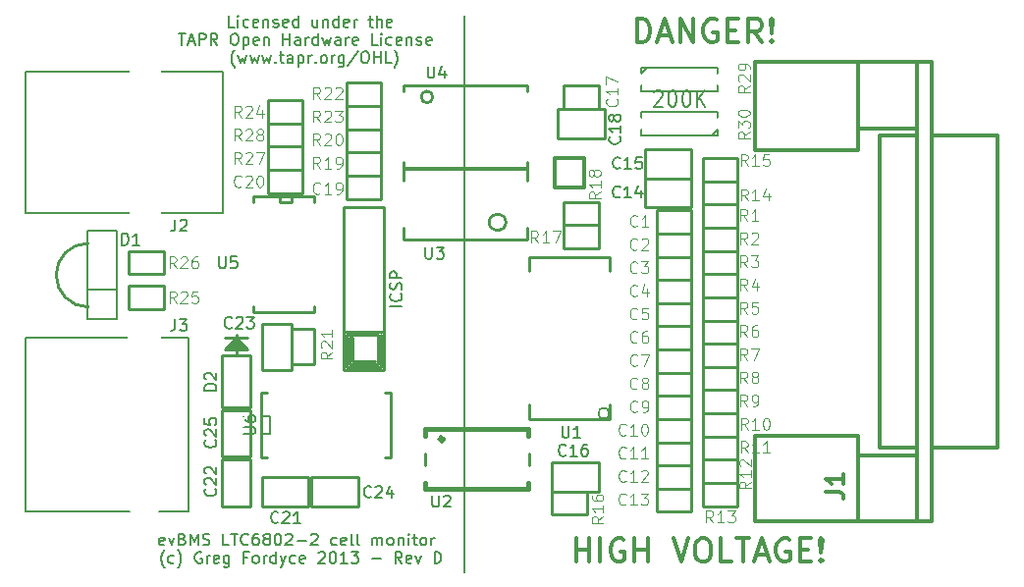
<source format=gto>
G04 (created by PCBNEW (2013-03-15 BZR 4003)-stable) date 17/04/2013 22:03:58*
%MOIN*%
G04 Gerber Fmt 3.4, Leading zero omitted, Abs format*
%FSLAX34Y34*%
G01*
G70*
G90*
G04 APERTURE LIST*
%ADD10C,0.006*%
%ADD11C,0.0137795*%
%ADD12C,0.00787402*%
%ADD13C,0.00590551*%
%ADD14C,0.005*%
%ADD15C,0.01*%
%ADD16C,0.0077*%
%ADD17C,0.015*%
%ADD18C,0.008*%
%ADD19C,0.0125*%
%ADD20C,0.012*%
%ADD21C,0.0059*%
%ADD22C,0.0045*%
%ADD23C,0.00433071*%
%ADD24C,0.06*%
%ADD25C,0.1063*%
%ADD26C,0.0591*%
%ADD27C,0.1181*%
%ADD28R,0.063X0.0138*%
%ADD29R,0.063X0.0354*%
%ADD30R,0.0752X0.0299*%
%ADD31R,0.023622X0.0610236*%
%ADD32R,0.045X0.02*%
%ADD33R,0.055X0.035*%
%ADD34R,0.035X0.055*%
%ADD35R,0.025X0.045*%
%ADD36R,0.045X0.025*%
%ADD37R,0.055X0.055*%
%ADD38C,0.055*%
%ADD39R,0.0472X0.0472*%
%ADD40C,0.15*%
%ADD41R,0.06X0.06*%
G04 APERTURE END LIST*
G54D10*
G54D11*
X71610Y-37917D02*
X71610Y-37129D01*
X71797Y-37129D01*
X71910Y-37167D01*
X71985Y-37242D01*
X72022Y-37317D01*
X72060Y-37467D01*
X72060Y-37579D01*
X72022Y-37729D01*
X71985Y-37804D01*
X71910Y-37879D01*
X71797Y-37917D01*
X71610Y-37917D01*
X72360Y-37692D02*
X72735Y-37692D01*
X72285Y-37917D02*
X72547Y-37129D01*
X72810Y-37917D01*
X73072Y-37917D02*
X73072Y-37129D01*
X73522Y-37917D01*
X73522Y-37129D01*
X74310Y-37167D02*
X74235Y-37129D01*
X74122Y-37129D01*
X74010Y-37167D01*
X73935Y-37242D01*
X73897Y-37317D01*
X73860Y-37467D01*
X73860Y-37579D01*
X73897Y-37729D01*
X73935Y-37804D01*
X74010Y-37879D01*
X74122Y-37917D01*
X74197Y-37917D01*
X74310Y-37879D01*
X74347Y-37842D01*
X74347Y-37579D01*
X74197Y-37579D01*
X74685Y-37504D02*
X74947Y-37504D01*
X75059Y-37917D02*
X74685Y-37917D01*
X74685Y-37129D01*
X75059Y-37129D01*
X75847Y-37917D02*
X75584Y-37542D01*
X75397Y-37917D02*
X75397Y-37129D01*
X75697Y-37129D01*
X75772Y-37167D01*
X75809Y-37204D01*
X75847Y-37279D01*
X75847Y-37392D01*
X75809Y-37467D01*
X75772Y-37504D01*
X75697Y-37542D01*
X75397Y-37542D01*
X76184Y-37842D02*
X76222Y-37879D01*
X76184Y-37917D01*
X76147Y-37879D01*
X76184Y-37842D01*
X76184Y-37917D01*
X76184Y-37617D02*
X76147Y-37167D01*
X76184Y-37129D01*
X76222Y-37167D01*
X76184Y-37617D01*
X76184Y-37129D01*
X69538Y-55554D02*
X69538Y-54767D01*
X69538Y-55142D02*
X69988Y-55142D01*
X69988Y-55554D02*
X69988Y-54767D01*
X70363Y-55554D02*
X70363Y-54767D01*
X71151Y-54805D02*
X71076Y-54767D01*
X70963Y-54767D01*
X70851Y-54805D01*
X70776Y-54880D01*
X70738Y-54955D01*
X70701Y-55104D01*
X70701Y-55217D01*
X70738Y-55367D01*
X70776Y-55442D01*
X70851Y-55517D01*
X70963Y-55554D01*
X71038Y-55554D01*
X71151Y-55517D01*
X71188Y-55479D01*
X71188Y-55217D01*
X71038Y-55217D01*
X71526Y-55554D02*
X71526Y-54767D01*
X71526Y-55142D02*
X71976Y-55142D01*
X71976Y-55554D02*
X71976Y-54767D01*
X72838Y-54767D02*
X73100Y-55554D01*
X73363Y-54767D01*
X73775Y-54767D02*
X73925Y-54767D01*
X74000Y-54805D01*
X74075Y-54880D01*
X74113Y-55029D01*
X74113Y-55292D01*
X74075Y-55442D01*
X74000Y-55517D01*
X73925Y-55554D01*
X73775Y-55554D01*
X73700Y-55517D01*
X73625Y-55442D01*
X73588Y-55292D01*
X73588Y-55029D01*
X73625Y-54880D01*
X73700Y-54805D01*
X73775Y-54767D01*
X74825Y-55554D02*
X74450Y-55554D01*
X74450Y-54767D01*
X74975Y-54767D02*
X75425Y-54767D01*
X75200Y-55554D02*
X75200Y-54767D01*
X75650Y-55329D02*
X76025Y-55329D01*
X75575Y-55554D02*
X75838Y-54767D01*
X76100Y-55554D01*
X76775Y-54805D02*
X76700Y-54767D01*
X76587Y-54767D01*
X76475Y-54805D01*
X76400Y-54880D01*
X76362Y-54955D01*
X76325Y-55104D01*
X76325Y-55217D01*
X76362Y-55367D01*
X76400Y-55442D01*
X76475Y-55517D01*
X76587Y-55554D01*
X76662Y-55554D01*
X76775Y-55517D01*
X76812Y-55479D01*
X76812Y-55217D01*
X76662Y-55217D01*
X77150Y-55142D02*
X77412Y-55142D01*
X77525Y-55554D02*
X77150Y-55554D01*
X77150Y-54767D01*
X77525Y-54767D01*
X77862Y-55479D02*
X77900Y-55517D01*
X77862Y-55554D01*
X77825Y-55517D01*
X77862Y-55479D01*
X77862Y-55554D01*
X77862Y-55254D02*
X77825Y-54805D01*
X77862Y-54767D01*
X77900Y-54805D01*
X77862Y-55254D01*
X77862Y-54767D01*
G54D12*
X65748Y-55905D02*
X65748Y-37007D01*
G54D13*
X55556Y-54983D02*
X55519Y-55001D01*
X55444Y-55001D01*
X55406Y-54983D01*
X55388Y-54945D01*
X55388Y-54795D01*
X55406Y-54758D01*
X55444Y-54739D01*
X55519Y-54739D01*
X55556Y-54758D01*
X55575Y-54795D01*
X55575Y-54833D01*
X55388Y-54870D01*
X55706Y-54739D02*
X55800Y-55001D01*
X55894Y-54739D01*
X56175Y-54795D02*
X56231Y-54814D01*
X56250Y-54833D01*
X56269Y-54870D01*
X56269Y-54926D01*
X56250Y-54964D01*
X56231Y-54983D01*
X56194Y-55001D01*
X56044Y-55001D01*
X56044Y-54608D01*
X56175Y-54608D01*
X56212Y-54626D01*
X56231Y-54645D01*
X56250Y-54683D01*
X56250Y-54720D01*
X56231Y-54758D01*
X56212Y-54776D01*
X56175Y-54795D01*
X56044Y-54795D01*
X56437Y-55001D02*
X56437Y-54608D01*
X56569Y-54889D01*
X56700Y-54608D01*
X56700Y-55001D01*
X56869Y-54983D02*
X56925Y-55001D01*
X57019Y-55001D01*
X57056Y-54983D01*
X57075Y-54964D01*
X57094Y-54926D01*
X57094Y-54889D01*
X57075Y-54851D01*
X57056Y-54833D01*
X57019Y-54814D01*
X56944Y-54795D01*
X56906Y-54776D01*
X56887Y-54758D01*
X56869Y-54720D01*
X56869Y-54683D01*
X56887Y-54645D01*
X56906Y-54626D01*
X56944Y-54608D01*
X57037Y-54608D01*
X57094Y-54626D01*
X57750Y-55001D02*
X57562Y-55001D01*
X57562Y-54608D01*
X57825Y-54608D02*
X58050Y-54608D01*
X57937Y-55001D02*
X57937Y-54608D01*
X58406Y-54964D02*
X58387Y-54983D01*
X58331Y-55001D01*
X58293Y-55001D01*
X58237Y-54983D01*
X58200Y-54945D01*
X58181Y-54908D01*
X58162Y-54833D01*
X58162Y-54776D01*
X58181Y-54701D01*
X58200Y-54664D01*
X58237Y-54626D01*
X58293Y-54608D01*
X58331Y-54608D01*
X58387Y-54626D01*
X58406Y-54645D01*
X58743Y-54608D02*
X58668Y-54608D01*
X58631Y-54626D01*
X58612Y-54645D01*
X58575Y-54701D01*
X58556Y-54776D01*
X58556Y-54926D01*
X58575Y-54964D01*
X58593Y-54983D01*
X58631Y-55001D01*
X58706Y-55001D01*
X58743Y-54983D01*
X58762Y-54964D01*
X58781Y-54926D01*
X58781Y-54833D01*
X58762Y-54795D01*
X58743Y-54776D01*
X58706Y-54758D01*
X58631Y-54758D01*
X58593Y-54776D01*
X58575Y-54795D01*
X58556Y-54833D01*
X59006Y-54776D02*
X58968Y-54758D01*
X58950Y-54739D01*
X58931Y-54701D01*
X58931Y-54683D01*
X58950Y-54645D01*
X58968Y-54626D01*
X59006Y-54608D01*
X59081Y-54608D01*
X59118Y-54626D01*
X59137Y-54645D01*
X59156Y-54683D01*
X59156Y-54701D01*
X59137Y-54739D01*
X59118Y-54758D01*
X59081Y-54776D01*
X59006Y-54776D01*
X58968Y-54795D01*
X58950Y-54814D01*
X58931Y-54851D01*
X58931Y-54926D01*
X58950Y-54964D01*
X58968Y-54983D01*
X59006Y-55001D01*
X59081Y-55001D01*
X59118Y-54983D01*
X59137Y-54964D01*
X59156Y-54926D01*
X59156Y-54851D01*
X59137Y-54814D01*
X59118Y-54795D01*
X59081Y-54776D01*
X59400Y-54608D02*
X59437Y-54608D01*
X59475Y-54626D01*
X59493Y-54645D01*
X59512Y-54683D01*
X59531Y-54758D01*
X59531Y-54851D01*
X59512Y-54926D01*
X59493Y-54964D01*
X59475Y-54983D01*
X59437Y-55001D01*
X59400Y-55001D01*
X59362Y-54983D01*
X59343Y-54964D01*
X59325Y-54926D01*
X59306Y-54851D01*
X59306Y-54758D01*
X59325Y-54683D01*
X59343Y-54645D01*
X59362Y-54626D01*
X59400Y-54608D01*
X59681Y-54645D02*
X59700Y-54626D01*
X59737Y-54608D01*
X59831Y-54608D01*
X59868Y-54626D01*
X59887Y-54645D01*
X59906Y-54683D01*
X59906Y-54720D01*
X59887Y-54776D01*
X59662Y-55001D01*
X59906Y-55001D01*
X60074Y-54851D02*
X60374Y-54851D01*
X60543Y-54645D02*
X60562Y-54626D01*
X60599Y-54608D01*
X60693Y-54608D01*
X60731Y-54626D01*
X60749Y-54645D01*
X60768Y-54683D01*
X60768Y-54720D01*
X60749Y-54776D01*
X60524Y-55001D01*
X60768Y-55001D01*
X61406Y-54983D02*
X61368Y-55001D01*
X61293Y-55001D01*
X61256Y-54983D01*
X61237Y-54964D01*
X61218Y-54926D01*
X61218Y-54814D01*
X61237Y-54776D01*
X61256Y-54758D01*
X61293Y-54739D01*
X61368Y-54739D01*
X61406Y-54758D01*
X61724Y-54983D02*
X61687Y-55001D01*
X61612Y-55001D01*
X61574Y-54983D01*
X61556Y-54945D01*
X61556Y-54795D01*
X61574Y-54758D01*
X61612Y-54739D01*
X61687Y-54739D01*
X61724Y-54758D01*
X61743Y-54795D01*
X61743Y-54833D01*
X61556Y-54870D01*
X61968Y-55001D02*
X61931Y-54983D01*
X61912Y-54945D01*
X61912Y-54608D01*
X62174Y-55001D02*
X62137Y-54983D01*
X62118Y-54945D01*
X62118Y-54608D01*
X62624Y-55001D02*
X62624Y-54739D01*
X62624Y-54776D02*
X62643Y-54758D01*
X62680Y-54739D01*
X62737Y-54739D01*
X62774Y-54758D01*
X62793Y-54795D01*
X62793Y-55001D01*
X62793Y-54795D02*
X62812Y-54758D01*
X62849Y-54739D01*
X62905Y-54739D01*
X62943Y-54758D01*
X62962Y-54795D01*
X62962Y-55001D01*
X63205Y-55001D02*
X63168Y-54983D01*
X63149Y-54964D01*
X63130Y-54926D01*
X63130Y-54814D01*
X63149Y-54776D01*
X63168Y-54758D01*
X63205Y-54739D01*
X63262Y-54739D01*
X63299Y-54758D01*
X63318Y-54776D01*
X63337Y-54814D01*
X63337Y-54926D01*
X63318Y-54964D01*
X63299Y-54983D01*
X63262Y-55001D01*
X63205Y-55001D01*
X63505Y-54739D02*
X63505Y-55001D01*
X63505Y-54776D02*
X63524Y-54758D01*
X63562Y-54739D01*
X63618Y-54739D01*
X63655Y-54758D01*
X63674Y-54795D01*
X63674Y-55001D01*
X63862Y-55001D02*
X63862Y-54739D01*
X63862Y-54608D02*
X63843Y-54626D01*
X63862Y-54645D01*
X63880Y-54626D01*
X63862Y-54608D01*
X63862Y-54645D01*
X63993Y-54739D02*
X64143Y-54739D01*
X64049Y-54608D02*
X64049Y-54945D01*
X64068Y-54983D01*
X64105Y-55001D01*
X64143Y-55001D01*
X64330Y-55001D02*
X64293Y-54983D01*
X64274Y-54964D01*
X64255Y-54926D01*
X64255Y-54814D01*
X64274Y-54776D01*
X64293Y-54758D01*
X64330Y-54739D01*
X64386Y-54739D01*
X64424Y-54758D01*
X64443Y-54776D01*
X64461Y-54814D01*
X64461Y-54926D01*
X64443Y-54964D01*
X64424Y-54983D01*
X64386Y-55001D01*
X64330Y-55001D01*
X64630Y-55001D02*
X64630Y-54739D01*
X64630Y-54814D02*
X64649Y-54776D01*
X64668Y-54758D01*
X64705Y-54739D01*
X64743Y-54739D01*
X55566Y-55762D02*
X55547Y-55743D01*
X55509Y-55687D01*
X55491Y-55649D01*
X55472Y-55593D01*
X55453Y-55499D01*
X55453Y-55424D01*
X55472Y-55330D01*
X55491Y-55274D01*
X55509Y-55237D01*
X55547Y-55180D01*
X55566Y-55162D01*
X55884Y-55593D02*
X55847Y-55612D01*
X55772Y-55612D01*
X55734Y-55593D01*
X55716Y-55574D01*
X55697Y-55537D01*
X55697Y-55424D01*
X55716Y-55387D01*
X55734Y-55368D01*
X55772Y-55349D01*
X55847Y-55349D01*
X55884Y-55368D01*
X56016Y-55762D02*
X56034Y-55743D01*
X56072Y-55687D01*
X56091Y-55649D01*
X56109Y-55593D01*
X56128Y-55499D01*
X56128Y-55424D01*
X56109Y-55330D01*
X56091Y-55274D01*
X56072Y-55237D01*
X56034Y-55180D01*
X56016Y-55162D01*
X56822Y-55237D02*
X56784Y-55218D01*
X56728Y-55218D01*
X56672Y-55237D01*
X56634Y-55274D01*
X56616Y-55312D01*
X56597Y-55387D01*
X56597Y-55443D01*
X56616Y-55518D01*
X56634Y-55555D01*
X56672Y-55593D01*
X56728Y-55612D01*
X56766Y-55612D01*
X56822Y-55593D01*
X56841Y-55574D01*
X56841Y-55443D01*
X56766Y-55443D01*
X57009Y-55612D02*
X57009Y-55349D01*
X57009Y-55424D02*
X57028Y-55387D01*
X57047Y-55368D01*
X57084Y-55349D01*
X57122Y-55349D01*
X57403Y-55593D02*
X57365Y-55612D01*
X57290Y-55612D01*
X57253Y-55593D01*
X57234Y-55555D01*
X57234Y-55405D01*
X57253Y-55368D01*
X57290Y-55349D01*
X57365Y-55349D01*
X57403Y-55368D01*
X57422Y-55405D01*
X57422Y-55443D01*
X57234Y-55480D01*
X57759Y-55349D02*
X57759Y-55668D01*
X57740Y-55705D01*
X57722Y-55724D01*
X57684Y-55743D01*
X57628Y-55743D01*
X57590Y-55724D01*
X57759Y-55593D02*
X57722Y-55612D01*
X57647Y-55612D01*
X57609Y-55593D01*
X57590Y-55574D01*
X57572Y-55537D01*
X57572Y-55424D01*
X57590Y-55387D01*
X57609Y-55368D01*
X57647Y-55349D01*
X57722Y-55349D01*
X57759Y-55368D01*
X58378Y-55405D02*
X58247Y-55405D01*
X58247Y-55612D02*
X58247Y-55218D01*
X58434Y-55218D01*
X58640Y-55612D02*
X58603Y-55593D01*
X58584Y-55574D01*
X58565Y-55537D01*
X58565Y-55424D01*
X58584Y-55387D01*
X58603Y-55368D01*
X58640Y-55349D01*
X58697Y-55349D01*
X58734Y-55368D01*
X58753Y-55387D01*
X58772Y-55424D01*
X58772Y-55537D01*
X58753Y-55574D01*
X58734Y-55593D01*
X58697Y-55612D01*
X58640Y-55612D01*
X58940Y-55612D02*
X58940Y-55349D01*
X58940Y-55424D02*
X58959Y-55387D01*
X58978Y-55368D01*
X59015Y-55349D01*
X59053Y-55349D01*
X59353Y-55612D02*
X59353Y-55218D01*
X59353Y-55593D02*
X59315Y-55612D01*
X59240Y-55612D01*
X59203Y-55593D01*
X59184Y-55574D01*
X59165Y-55537D01*
X59165Y-55424D01*
X59184Y-55387D01*
X59203Y-55368D01*
X59240Y-55349D01*
X59315Y-55349D01*
X59353Y-55368D01*
X59503Y-55349D02*
X59596Y-55612D01*
X59690Y-55349D02*
X59596Y-55612D01*
X59559Y-55705D01*
X59540Y-55724D01*
X59503Y-55743D01*
X60009Y-55593D02*
X59971Y-55612D01*
X59896Y-55612D01*
X59859Y-55593D01*
X59840Y-55574D01*
X59821Y-55537D01*
X59821Y-55424D01*
X59840Y-55387D01*
X59859Y-55368D01*
X59896Y-55349D01*
X59971Y-55349D01*
X60009Y-55368D01*
X60328Y-55593D02*
X60290Y-55612D01*
X60215Y-55612D01*
X60178Y-55593D01*
X60159Y-55555D01*
X60159Y-55405D01*
X60178Y-55368D01*
X60215Y-55349D01*
X60290Y-55349D01*
X60328Y-55368D01*
X60346Y-55405D01*
X60346Y-55443D01*
X60159Y-55480D01*
X60796Y-55255D02*
X60815Y-55237D01*
X60853Y-55218D01*
X60946Y-55218D01*
X60984Y-55237D01*
X61003Y-55255D01*
X61021Y-55293D01*
X61021Y-55330D01*
X61003Y-55387D01*
X60778Y-55612D01*
X61021Y-55612D01*
X61265Y-55218D02*
X61302Y-55218D01*
X61340Y-55237D01*
X61359Y-55255D01*
X61377Y-55293D01*
X61396Y-55368D01*
X61396Y-55462D01*
X61377Y-55537D01*
X61359Y-55574D01*
X61340Y-55593D01*
X61302Y-55612D01*
X61265Y-55612D01*
X61227Y-55593D01*
X61209Y-55574D01*
X61190Y-55537D01*
X61171Y-55462D01*
X61171Y-55368D01*
X61190Y-55293D01*
X61209Y-55255D01*
X61227Y-55237D01*
X61265Y-55218D01*
X61771Y-55612D02*
X61546Y-55612D01*
X61659Y-55612D02*
X61659Y-55218D01*
X61621Y-55274D01*
X61584Y-55312D01*
X61546Y-55330D01*
X61902Y-55218D02*
X62146Y-55218D01*
X62015Y-55368D01*
X62071Y-55368D01*
X62109Y-55387D01*
X62127Y-55405D01*
X62146Y-55443D01*
X62146Y-55537D01*
X62127Y-55574D01*
X62109Y-55593D01*
X62071Y-55612D01*
X61959Y-55612D01*
X61921Y-55593D01*
X61902Y-55574D01*
X62615Y-55462D02*
X62915Y-55462D01*
X63627Y-55612D02*
X63496Y-55424D01*
X63402Y-55612D02*
X63402Y-55218D01*
X63552Y-55218D01*
X63590Y-55237D01*
X63608Y-55255D01*
X63627Y-55293D01*
X63627Y-55349D01*
X63608Y-55387D01*
X63590Y-55405D01*
X63552Y-55424D01*
X63402Y-55424D01*
X63946Y-55593D02*
X63908Y-55612D01*
X63833Y-55612D01*
X63796Y-55593D01*
X63777Y-55555D01*
X63777Y-55405D01*
X63796Y-55368D01*
X63833Y-55349D01*
X63908Y-55349D01*
X63946Y-55368D01*
X63965Y-55405D01*
X63965Y-55443D01*
X63777Y-55480D01*
X64096Y-55349D02*
X64190Y-55612D01*
X64283Y-55349D01*
X64733Y-55612D02*
X64733Y-55218D01*
X64827Y-55218D01*
X64883Y-55237D01*
X64921Y-55274D01*
X64940Y-55312D01*
X64958Y-55387D01*
X64958Y-55443D01*
X64940Y-55518D01*
X64921Y-55555D01*
X64883Y-55593D01*
X64827Y-55612D01*
X64733Y-55612D01*
X57934Y-37403D02*
X57746Y-37403D01*
X57746Y-37009D01*
X58065Y-37403D02*
X58065Y-37140D01*
X58065Y-37009D02*
X58046Y-37028D01*
X58065Y-37047D01*
X58083Y-37028D01*
X58065Y-37009D01*
X58065Y-37047D01*
X58421Y-37384D02*
X58383Y-37403D01*
X58308Y-37403D01*
X58271Y-37384D01*
X58252Y-37365D01*
X58233Y-37328D01*
X58233Y-37215D01*
X58252Y-37178D01*
X58271Y-37159D01*
X58308Y-37140D01*
X58383Y-37140D01*
X58421Y-37159D01*
X58740Y-37384D02*
X58702Y-37403D01*
X58627Y-37403D01*
X58590Y-37384D01*
X58571Y-37347D01*
X58571Y-37197D01*
X58590Y-37159D01*
X58627Y-37140D01*
X58702Y-37140D01*
X58740Y-37159D01*
X58758Y-37197D01*
X58758Y-37234D01*
X58571Y-37272D01*
X58927Y-37140D02*
X58927Y-37403D01*
X58927Y-37178D02*
X58946Y-37159D01*
X58983Y-37140D01*
X59040Y-37140D01*
X59077Y-37159D01*
X59096Y-37197D01*
X59096Y-37403D01*
X59265Y-37384D02*
X59302Y-37403D01*
X59377Y-37403D01*
X59415Y-37384D01*
X59433Y-37347D01*
X59433Y-37328D01*
X59415Y-37290D01*
X59377Y-37272D01*
X59321Y-37272D01*
X59283Y-37253D01*
X59265Y-37215D01*
X59265Y-37197D01*
X59283Y-37159D01*
X59321Y-37140D01*
X59377Y-37140D01*
X59415Y-37159D01*
X59752Y-37384D02*
X59715Y-37403D01*
X59640Y-37403D01*
X59602Y-37384D01*
X59583Y-37347D01*
X59583Y-37197D01*
X59602Y-37159D01*
X59640Y-37140D01*
X59715Y-37140D01*
X59752Y-37159D01*
X59771Y-37197D01*
X59771Y-37234D01*
X59583Y-37272D01*
X60108Y-37403D02*
X60108Y-37009D01*
X60108Y-37384D02*
X60071Y-37403D01*
X59996Y-37403D01*
X59958Y-37384D01*
X59940Y-37365D01*
X59921Y-37328D01*
X59921Y-37215D01*
X59940Y-37178D01*
X59958Y-37159D01*
X59996Y-37140D01*
X60071Y-37140D01*
X60108Y-37159D01*
X60764Y-37140D02*
X60764Y-37403D01*
X60596Y-37140D02*
X60596Y-37347D01*
X60614Y-37384D01*
X60652Y-37403D01*
X60708Y-37403D01*
X60746Y-37384D01*
X60764Y-37365D01*
X60952Y-37140D02*
X60952Y-37403D01*
X60952Y-37178D02*
X60971Y-37159D01*
X61008Y-37140D01*
X61064Y-37140D01*
X61102Y-37159D01*
X61121Y-37197D01*
X61121Y-37403D01*
X61477Y-37403D02*
X61477Y-37009D01*
X61477Y-37384D02*
X61439Y-37403D01*
X61364Y-37403D01*
X61327Y-37384D01*
X61308Y-37365D01*
X61289Y-37328D01*
X61289Y-37215D01*
X61308Y-37178D01*
X61327Y-37159D01*
X61364Y-37140D01*
X61439Y-37140D01*
X61477Y-37159D01*
X61814Y-37384D02*
X61777Y-37403D01*
X61702Y-37403D01*
X61664Y-37384D01*
X61646Y-37347D01*
X61646Y-37197D01*
X61664Y-37159D01*
X61702Y-37140D01*
X61777Y-37140D01*
X61814Y-37159D01*
X61833Y-37197D01*
X61833Y-37234D01*
X61646Y-37272D01*
X62002Y-37403D02*
X62002Y-37140D01*
X62002Y-37215D02*
X62020Y-37178D01*
X62039Y-37159D01*
X62077Y-37140D01*
X62114Y-37140D01*
X62489Y-37140D02*
X62639Y-37140D01*
X62545Y-37009D02*
X62545Y-37347D01*
X62564Y-37384D01*
X62602Y-37403D01*
X62639Y-37403D01*
X62770Y-37403D02*
X62770Y-37009D01*
X62939Y-37403D02*
X62939Y-37197D01*
X62920Y-37159D01*
X62883Y-37140D01*
X62827Y-37140D01*
X62789Y-37159D01*
X62770Y-37178D01*
X63277Y-37384D02*
X63239Y-37403D01*
X63164Y-37403D01*
X63127Y-37384D01*
X63108Y-37347D01*
X63108Y-37197D01*
X63127Y-37159D01*
X63164Y-37140D01*
X63239Y-37140D01*
X63277Y-37159D01*
X63295Y-37197D01*
X63295Y-37234D01*
X63108Y-37272D01*
X56049Y-37619D02*
X56274Y-37619D01*
X56162Y-38013D02*
X56162Y-37619D01*
X56387Y-37901D02*
X56574Y-37901D01*
X56349Y-38013D02*
X56481Y-37619D01*
X56612Y-38013D01*
X56743Y-38013D02*
X56743Y-37619D01*
X56893Y-37619D01*
X56931Y-37638D01*
X56949Y-37657D01*
X56968Y-37694D01*
X56968Y-37751D01*
X56949Y-37788D01*
X56931Y-37807D01*
X56893Y-37826D01*
X56743Y-37826D01*
X57362Y-38013D02*
X57230Y-37826D01*
X57137Y-38013D02*
X57137Y-37619D01*
X57287Y-37619D01*
X57324Y-37638D01*
X57343Y-37657D01*
X57362Y-37694D01*
X57362Y-37751D01*
X57343Y-37788D01*
X57324Y-37807D01*
X57287Y-37826D01*
X57137Y-37826D01*
X57905Y-37619D02*
X57980Y-37619D01*
X58018Y-37638D01*
X58055Y-37676D01*
X58074Y-37751D01*
X58074Y-37882D01*
X58055Y-37957D01*
X58018Y-37994D01*
X57980Y-38013D01*
X57905Y-38013D01*
X57868Y-37994D01*
X57830Y-37957D01*
X57812Y-37882D01*
X57812Y-37751D01*
X57830Y-37676D01*
X57868Y-37638D01*
X57905Y-37619D01*
X58243Y-37751D02*
X58243Y-38144D01*
X58243Y-37769D02*
X58280Y-37751D01*
X58355Y-37751D01*
X58393Y-37769D01*
X58412Y-37788D01*
X58430Y-37826D01*
X58430Y-37938D01*
X58412Y-37976D01*
X58393Y-37994D01*
X58355Y-38013D01*
X58280Y-38013D01*
X58243Y-37994D01*
X58749Y-37994D02*
X58712Y-38013D01*
X58637Y-38013D01*
X58599Y-37994D01*
X58580Y-37957D01*
X58580Y-37807D01*
X58599Y-37769D01*
X58637Y-37751D01*
X58712Y-37751D01*
X58749Y-37769D01*
X58768Y-37807D01*
X58768Y-37844D01*
X58580Y-37882D01*
X58937Y-37751D02*
X58937Y-38013D01*
X58937Y-37788D02*
X58955Y-37769D01*
X58993Y-37751D01*
X59049Y-37751D01*
X59086Y-37769D01*
X59105Y-37807D01*
X59105Y-38013D01*
X59593Y-38013D02*
X59593Y-37619D01*
X59593Y-37807D02*
X59818Y-37807D01*
X59818Y-38013D02*
X59818Y-37619D01*
X60174Y-38013D02*
X60174Y-37807D01*
X60155Y-37769D01*
X60118Y-37751D01*
X60043Y-37751D01*
X60005Y-37769D01*
X60174Y-37994D02*
X60136Y-38013D01*
X60043Y-38013D01*
X60005Y-37994D01*
X59986Y-37957D01*
X59986Y-37919D01*
X60005Y-37882D01*
X60043Y-37863D01*
X60136Y-37863D01*
X60174Y-37844D01*
X60361Y-38013D02*
X60361Y-37751D01*
X60361Y-37826D02*
X60380Y-37788D01*
X60399Y-37769D01*
X60436Y-37751D01*
X60474Y-37751D01*
X60774Y-38013D02*
X60774Y-37619D01*
X60774Y-37994D02*
X60736Y-38013D01*
X60661Y-38013D01*
X60624Y-37994D01*
X60605Y-37976D01*
X60586Y-37938D01*
X60586Y-37826D01*
X60605Y-37788D01*
X60624Y-37769D01*
X60661Y-37751D01*
X60736Y-37751D01*
X60774Y-37769D01*
X60924Y-37751D02*
X60999Y-38013D01*
X61074Y-37826D01*
X61149Y-38013D01*
X61224Y-37751D01*
X61542Y-38013D02*
X61542Y-37807D01*
X61524Y-37769D01*
X61486Y-37751D01*
X61411Y-37751D01*
X61374Y-37769D01*
X61542Y-37994D02*
X61505Y-38013D01*
X61411Y-38013D01*
X61374Y-37994D01*
X61355Y-37957D01*
X61355Y-37919D01*
X61374Y-37882D01*
X61411Y-37863D01*
X61505Y-37863D01*
X61542Y-37844D01*
X61730Y-38013D02*
X61730Y-37751D01*
X61730Y-37826D02*
X61749Y-37788D01*
X61767Y-37769D01*
X61805Y-37751D01*
X61842Y-37751D01*
X62124Y-37994D02*
X62086Y-38013D01*
X62011Y-38013D01*
X61974Y-37994D01*
X61955Y-37957D01*
X61955Y-37807D01*
X61974Y-37769D01*
X62011Y-37751D01*
X62086Y-37751D01*
X62124Y-37769D01*
X62142Y-37807D01*
X62142Y-37844D01*
X61955Y-37882D01*
X62799Y-38013D02*
X62611Y-38013D01*
X62611Y-37619D01*
X62930Y-38013D02*
X62930Y-37751D01*
X62930Y-37619D02*
X62911Y-37638D01*
X62930Y-37657D01*
X62949Y-37638D01*
X62930Y-37619D01*
X62930Y-37657D01*
X63286Y-37994D02*
X63248Y-38013D01*
X63173Y-38013D01*
X63136Y-37994D01*
X63117Y-37976D01*
X63098Y-37938D01*
X63098Y-37826D01*
X63117Y-37788D01*
X63136Y-37769D01*
X63173Y-37751D01*
X63248Y-37751D01*
X63286Y-37769D01*
X63605Y-37994D02*
X63567Y-38013D01*
X63492Y-38013D01*
X63455Y-37994D01*
X63436Y-37957D01*
X63436Y-37807D01*
X63455Y-37769D01*
X63492Y-37751D01*
X63567Y-37751D01*
X63605Y-37769D01*
X63623Y-37807D01*
X63623Y-37844D01*
X63436Y-37882D01*
X63792Y-37751D02*
X63792Y-38013D01*
X63792Y-37788D02*
X63811Y-37769D01*
X63848Y-37751D01*
X63905Y-37751D01*
X63942Y-37769D01*
X63961Y-37807D01*
X63961Y-38013D01*
X64130Y-37994D02*
X64167Y-38013D01*
X64242Y-38013D01*
X64280Y-37994D01*
X64298Y-37957D01*
X64298Y-37938D01*
X64280Y-37901D01*
X64242Y-37882D01*
X64186Y-37882D01*
X64148Y-37863D01*
X64130Y-37826D01*
X64130Y-37807D01*
X64148Y-37769D01*
X64186Y-37751D01*
X64242Y-37751D01*
X64280Y-37769D01*
X64617Y-37994D02*
X64580Y-38013D01*
X64505Y-38013D01*
X64467Y-37994D01*
X64448Y-37957D01*
X64448Y-37807D01*
X64467Y-37769D01*
X64505Y-37751D01*
X64580Y-37751D01*
X64617Y-37769D01*
X64636Y-37807D01*
X64636Y-37844D01*
X64448Y-37882D01*
X57952Y-38773D02*
X57934Y-38755D01*
X57896Y-38698D01*
X57877Y-38661D01*
X57859Y-38605D01*
X57840Y-38511D01*
X57840Y-38436D01*
X57859Y-38342D01*
X57877Y-38286D01*
X57896Y-38248D01*
X57934Y-38192D01*
X57952Y-38173D01*
X58065Y-38361D02*
X58140Y-38623D01*
X58215Y-38436D01*
X58290Y-38623D01*
X58365Y-38361D01*
X58477Y-38361D02*
X58552Y-38623D01*
X58627Y-38436D01*
X58702Y-38623D01*
X58777Y-38361D01*
X58890Y-38361D02*
X58965Y-38623D01*
X59040Y-38436D01*
X59115Y-38623D01*
X59190Y-38361D01*
X59340Y-38586D02*
X59358Y-38605D01*
X59340Y-38623D01*
X59321Y-38605D01*
X59340Y-38586D01*
X59340Y-38623D01*
X59471Y-38361D02*
X59621Y-38361D01*
X59527Y-38230D02*
X59527Y-38567D01*
X59546Y-38605D01*
X59583Y-38623D01*
X59621Y-38623D01*
X59921Y-38623D02*
X59921Y-38417D01*
X59902Y-38380D01*
X59865Y-38361D01*
X59790Y-38361D01*
X59752Y-38380D01*
X59921Y-38605D02*
X59883Y-38623D01*
X59790Y-38623D01*
X59752Y-38605D01*
X59733Y-38567D01*
X59733Y-38530D01*
X59752Y-38492D01*
X59790Y-38473D01*
X59883Y-38473D01*
X59921Y-38455D01*
X60108Y-38361D02*
X60108Y-38755D01*
X60108Y-38380D02*
X60146Y-38361D01*
X60221Y-38361D01*
X60258Y-38380D01*
X60277Y-38398D01*
X60296Y-38436D01*
X60296Y-38548D01*
X60277Y-38586D01*
X60258Y-38605D01*
X60221Y-38623D01*
X60146Y-38623D01*
X60108Y-38605D01*
X60464Y-38623D02*
X60464Y-38361D01*
X60464Y-38436D02*
X60483Y-38398D01*
X60502Y-38380D01*
X60539Y-38361D01*
X60577Y-38361D01*
X60708Y-38586D02*
X60727Y-38605D01*
X60708Y-38623D01*
X60689Y-38605D01*
X60708Y-38586D01*
X60708Y-38623D01*
X60952Y-38623D02*
X60914Y-38605D01*
X60896Y-38586D01*
X60877Y-38548D01*
X60877Y-38436D01*
X60896Y-38398D01*
X60914Y-38380D01*
X60952Y-38361D01*
X61008Y-38361D01*
X61046Y-38380D01*
X61064Y-38398D01*
X61083Y-38436D01*
X61083Y-38548D01*
X61064Y-38586D01*
X61046Y-38605D01*
X61008Y-38623D01*
X60952Y-38623D01*
X61252Y-38623D02*
X61252Y-38361D01*
X61252Y-38436D02*
X61271Y-38398D01*
X61289Y-38380D01*
X61327Y-38361D01*
X61364Y-38361D01*
X61664Y-38361D02*
X61664Y-38680D01*
X61646Y-38717D01*
X61627Y-38736D01*
X61589Y-38755D01*
X61533Y-38755D01*
X61496Y-38736D01*
X61664Y-38605D02*
X61627Y-38623D01*
X61552Y-38623D01*
X61514Y-38605D01*
X61496Y-38586D01*
X61477Y-38548D01*
X61477Y-38436D01*
X61496Y-38398D01*
X61514Y-38380D01*
X61552Y-38361D01*
X61627Y-38361D01*
X61664Y-38380D01*
X62133Y-38211D02*
X61796Y-38717D01*
X62339Y-38230D02*
X62414Y-38230D01*
X62452Y-38248D01*
X62489Y-38286D01*
X62508Y-38361D01*
X62508Y-38492D01*
X62489Y-38567D01*
X62452Y-38605D01*
X62414Y-38623D01*
X62339Y-38623D01*
X62302Y-38605D01*
X62264Y-38567D01*
X62245Y-38492D01*
X62245Y-38361D01*
X62264Y-38286D01*
X62302Y-38248D01*
X62339Y-38230D01*
X62677Y-38623D02*
X62677Y-38230D01*
X62677Y-38417D02*
X62902Y-38417D01*
X62902Y-38623D02*
X62902Y-38230D01*
X63277Y-38623D02*
X63089Y-38623D01*
X63089Y-38230D01*
X63370Y-38773D02*
X63389Y-38755D01*
X63427Y-38698D01*
X63445Y-38661D01*
X63464Y-38605D01*
X63483Y-38511D01*
X63483Y-38436D01*
X63464Y-38342D01*
X63445Y-38286D01*
X63427Y-38248D01*
X63389Y-38192D01*
X63370Y-38173D01*
G54D14*
X50851Y-38918D02*
X50851Y-43718D01*
X50851Y-43718D02*
X57551Y-43718D01*
X57551Y-43718D02*
X57551Y-38918D01*
X57551Y-38918D02*
X50851Y-38918D01*
X56385Y-53865D02*
X50835Y-53865D01*
X50835Y-47965D02*
X56385Y-47965D01*
X56385Y-53865D02*
X56385Y-47965D01*
X50835Y-53865D02*
X50835Y-47965D01*
G54D15*
X67942Y-45698D02*
X67942Y-45206D01*
X67942Y-45206D02*
X70698Y-45206D01*
X70698Y-45206D02*
X70698Y-45698D01*
X67942Y-50226D02*
X67942Y-50718D01*
X67942Y-50718D02*
X70698Y-50718D01*
X70698Y-50718D02*
X70698Y-50226D01*
G54D16*
X70667Y-50521D02*
G75*
G03X70667Y-50521I-185J0D01*
G74*
G01*
G54D15*
X67942Y-52293D02*
X67942Y-51899D01*
X64399Y-52293D02*
X64399Y-51899D01*
G54D17*
X65041Y-51396D02*
G75*
G03X65041Y-51396I-70J0D01*
G74*
G01*
X67921Y-52896D02*
X67921Y-53096D01*
X67921Y-53096D02*
X64421Y-53096D01*
X64421Y-53096D02*
X64421Y-52896D01*
X64421Y-51296D02*
X64421Y-51046D01*
X64421Y-51046D02*
X67921Y-51046D01*
X67921Y-51046D02*
X67921Y-51296D01*
G54D15*
X64679Y-39780D02*
G75*
G03X64679Y-39780I-200J0D01*
G74*
G01*
X63679Y-41974D02*
X63679Y-42174D01*
X63679Y-42174D02*
X67879Y-42174D01*
X67879Y-42174D02*
X67879Y-41974D01*
X67879Y-39580D02*
X67879Y-39380D01*
X67879Y-39380D02*
X63679Y-39380D01*
X63679Y-39380D02*
X63679Y-39580D01*
X67158Y-44035D02*
G75*
G03X67158Y-44035I-282J0D01*
G74*
G01*
X67875Y-42635D02*
X67875Y-42235D01*
X67875Y-42235D02*
X63675Y-42235D01*
X63675Y-42235D02*
X63675Y-42635D01*
X63675Y-44235D02*
X63675Y-44635D01*
X63675Y-44635D02*
X67875Y-44635D01*
X67875Y-44635D02*
X67875Y-44235D01*
X59053Y-49815D02*
X58853Y-49815D01*
X58853Y-49815D02*
X58853Y-52015D01*
X58853Y-52015D02*
X59053Y-52015D01*
X63253Y-49815D02*
X63253Y-52015D01*
X63053Y-49815D02*
X63253Y-49815D01*
X63253Y-52015D02*
X63053Y-52015D01*
G54D18*
X58853Y-50615D02*
X59153Y-50615D01*
X59153Y-50615D02*
X59153Y-51215D01*
X59153Y-51215D02*
X58853Y-51215D01*
G54D15*
X59872Y-43139D02*
X59872Y-43336D01*
X59872Y-43336D02*
X59478Y-43336D01*
X59478Y-43336D02*
X59478Y-43139D01*
X60659Y-43139D02*
X60659Y-43336D01*
X60659Y-43139D02*
X58592Y-43139D01*
X58592Y-43139D02*
X58592Y-43336D01*
X60659Y-46879D02*
X60659Y-47076D01*
X60659Y-47076D02*
X58592Y-47076D01*
X58592Y-47076D02*
X58592Y-46879D01*
X58494Y-53671D02*
X58494Y-52096D01*
X58494Y-52096D02*
X57509Y-52096D01*
X57509Y-52096D02*
X57509Y-53671D01*
X57509Y-53671D02*
X58494Y-53671D01*
X73454Y-42549D02*
X71879Y-42549D01*
X71879Y-42549D02*
X71879Y-43533D01*
X71879Y-43533D02*
X73454Y-43533D01*
X73454Y-43533D02*
X73454Y-42549D01*
X73454Y-41564D02*
X71879Y-41564D01*
X71879Y-41564D02*
X71879Y-42549D01*
X71879Y-42549D02*
X73454Y-42549D01*
X73454Y-42549D02*
X73454Y-41564D01*
X70305Y-52194D02*
X68730Y-52194D01*
X68730Y-52194D02*
X68730Y-53179D01*
X68730Y-53179D02*
X70305Y-53179D01*
X70305Y-53179D02*
X70305Y-52194D01*
X70501Y-40187D02*
X68927Y-40187D01*
X68927Y-40187D02*
X68927Y-41171D01*
X68927Y-41171D02*
X70501Y-41171D01*
X70501Y-41171D02*
X70501Y-40187D01*
X60462Y-52687D02*
X58887Y-52687D01*
X58887Y-52687D02*
X58887Y-53671D01*
X58887Y-53671D02*
X60462Y-53671D01*
X60462Y-53671D02*
X60462Y-52687D01*
X62135Y-52687D02*
X60561Y-52687D01*
X60561Y-52687D02*
X60561Y-53671D01*
X60561Y-53671D02*
X62135Y-53671D01*
X62135Y-53671D02*
X62135Y-52687D01*
X57509Y-50423D02*
X57509Y-51998D01*
X57509Y-51998D02*
X58494Y-51998D01*
X58494Y-51998D02*
X58494Y-50423D01*
X58494Y-50423D02*
X57509Y-50423D01*
X59872Y-49045D02*
X59872Y-47470D01*
X59872Y-47470D02*
X58887Y-47470D01*
X58887Y-47470D02*
X58887Y-49045D01*
X58887Y-49045D02*
X59872Y-49045D01*
X73454Y-49143D02*
X72273Y-49143D01*
X72273Y-49143D02*
X72273Y-48356D01*
X72273Y-48356D02*
X73454Y-48356D01*
X73454Y-48356D02*
X73454Y-49143D01*
X73454Y-52293D02*
X72273Y-52293D01*
X72273Y-52293D02*
X72273Y-51505D01*
X72273Y-51505D02*
X73454Y-51505D01*
X73454Y-51505D02*
X73454Y-52293D01*
X73454Y-51505D02*
X72273Y-51505D01*
X72273Y-51505D02*
X72273Y-50718D01*
X72273Y-50718D02*
X73454Y-50718D01*
X73454Y-50718D02*
X73454Y-51505D01*
X73454Y-50718D02*
X72273Y-50718D01*
X72273Y-50718D02*
X72273Y-49931D01*
X72273Y-49931D02*
X73454Y-49931D01*
X73454Y-49931D02*
X73454Y-50718D01*
X59084Y-42253D02*
X60265Y-42253D01*
X60265Y-42253D02*
X60265Y-43041D01*
X60265Y-43041D02*
X59084Y-43041D01*
X59084Y-43041D02*
X59084Y-42253D01*
X70305Y-40187D02*
X69124Y-40187D01*
X69124Y-40187D02*
X69124Y-39399D01*
X69124Y-39399D02*
X70305Y-39399D01*
X70305Y-39399D02*
X70305Y-40187D01*
X61742Y-42450D02*
X62923Y-42450D01*
X62923Y-42450D02*
X62923Y-43238D01*
X62923Y-43238D02*
X61742Y-43238D01*
X61742Y-43238D02*
X61742Y-42450D01*
X73454Y-53868D02*
X72273Y-53868D01*
X72273Y-53868D02*
X72273Y-53080D01*
X72273Y-53080D02*
X73454Y-53080D01*
X73454Y-53080D02*
X73454Y-53868D01*
X73454Y-49931D02*
X72273Y-49931D01*
X72273Y-49931D02*
X72273Y-49143D01*
X72273Y-49143D02*
X73454Y-49143D01*
X73454Y-49143D02*
X73454Y-49931D01*
X73454Y-44419D02*
X72273Y-44419D01*
X72273Y-44419D02*
X72273Y-43631D01*
X72273Y-43631D02*
X73454Y-43631D01*
X73454Y-43631D02*
X73454Y-44419D01*
X73454Y-45206D02*
X72273Y-45206D01*
X72273Y-45206D02*
X72273Y-44419D01*
X72273Y-44419D02*
X73454Y-44419D01*
X73454Y-44419D02*
X73454Y-45206D01*
X73454Y-53080D02*
X72273Y-53080D01*
X72273Y-53080D02*
X72273Y-52293D01*
X72273Y-52293D02*
X73454Y-52293D01*
X73454Y-52293D02*
X73454Y-53080D01*
X73454Y-45994D02*
X72273Y-45994D01*
X72273Y-45994D02*
X72273Y-45206D01*
X72273Y-45206D02*
X73454Y-45206D01*
X73454Y-45206D02*
X73454Y-45994D01*
X73454Y-46781D02*
X72273Y-46781D01*
X72273Y-46781D02*
X72273Y-45994D01*
X72273Y-45994D02*
X73454Y-45994D01*
X73454Y-45994D02*
X73454Y-46781D01*
X73454Y-47568D02*
X72273Y-47568D01*
X72273Y-47568D02*
X72273Y-46781D01*
X72273Y-46781D02*
X73454Y-46781D01*
X73454Y-46781D02*
X73454Y-47568D01*
X73454Y-48356D02*
X72273Y-48356D01*
X72273Y-48356D02*
X72273Y-47568D01*
X72273Y-47568D02*
X73454Y-47568D01*
X73454Y-47568D02*
X73454Y-48356D01*
X75029Y-49734D02*
X73848Y-49734D01*
X73848Y-49734D02*
X73848Y-48946D01*
X73848Y-48946D02*
X75029Y-48946D01*
X75029Y-48946D02*
X75029Y-49734D01*
X75029Y-52883D02*
X73848Y-52883D01*
X73848Y-52883D02*
X73848Y-52096D01*
X73848Y-52096D02*
X75029Y-52096D01*
X75029Y-52096D02*
X75029Y-52883D01*
X75029Y-52096D02*
X73848Y-52096D01*
X73848Y-52096D02*
X73848Y-51309D01*
X73848Y-51309D02*
X75029Y-51309D01*
X75029Y-51309D02*
X75029Y-52096D01*
X75029Y-51309D02*
X73848Y-51309D01*
X73848Y-51309D02*
X73848Y-50521D01*
X73848Y-50521D02*
X75029Y-50521D01*
X75029Y-50521D02*
X75029Y-51309D01*
X75029Y-50521D02*
X73848Y-50521D01*
X73848Y-50521D02*
X73848Y-49734D01*
X73848Y-49734D02*
X75029Y-49734D01*
X75029Y-49734D02*
X75029Y-50521D01*
X61742Y-39301D02*
X62923Y-39301D01*
X62923Y-39301D02*
X62923Y-40088D01*
X62923Y-40088D02*
X61742Y-40088D01*
X61742Y-40088D02*
X61742Y-39301D01*
X75029Y-48946D02*
X73848Y-48946D01*
X73848Y-48946D02*
X73848Y-48159D01*
X73848Y-48159D02*
X75029Y-48159D01*
X75029Y-48159D02*
X75029Y-48946D01*
X61742Y-41663D02*
X62923Y-41663D01*
X62923Y-41663D02*
X62923Y-42450D01*
X62923Y-42450D02*
X61742Y-42450D01*
X61742Y-42450D02*
X61742Y-41663D01*
X62923Y-41663D02*
X61742Y-41663D01*
X61742Y-41663D02*
X61742Y-40875D01*
X61742Y-40875D02*
X62923Y-40875D01*
X62923Y-40875D02*
X62923Y-41663D01*
X62923Y-40875D02*
X61742Y-40875D01*
X61742Y-40875D02*
X61742Y-40088D01*
X61742Y-40088D02*
X62923Y-40088D01*
X62923Y-40088D02*
X62923Y-40875D01*
X59084Y-40679D02*
X60265Y-40679D01*
X60265Y-40679D02*
X60265Y-41466D01*
X60265Y-41466D02*
X59084Y-41466D01*
X59084Y-41466D02*
X59084Y-40679D01*
X69124Y-43336D02*
X70305Y-43336D01*
X70305Y-43336D02*
X70305Y-44124D01*
X70305Y-44124D02*
X69124Y-44124D01*
X69124Y-44124D02*
X69124Y-43336D01*
X59084Y-39891D02*
X60265Y-39891D01*
X60265Y-39891D02*
X60265Y-40679D01*
X60265Y-40679D02*
X59084Y-40679D01*
X59084Y-40679D02*
X59084Y-39891D01*
X59084Y-41466D02*
X60265Y-41466D01*
X60265Y-41466D02*
X60265Y-42253D01*
X60265Y-42253D02*
X59084Y-42253D01*
X59084Y-42253D02*
X59084Y-41466D01*
X75029Y-48159D02*
X73848Y-48159D01*
X73848Y-48159D02*
X73848Y-47372D01*
X73848Y-47372D02*
X75029Y-47372D01*
X75029Y-47372D02*
X75029Y-48159D01*
X54360Y-46190D02*
X55541Y-46190D01*
X55541Y-46190D02*
X55541Y-46978D01*
X55541Y-46978D02*
X54360Y-46978D01*
X54360Y-46978D02*
X54360Y-46190D01*
X73848Y-42647D02*
X75029Y-42647D01*
X75029Y-42647D02*
X75029Y-43435D01*
X75029Y-43435D02*
X73848Y-43435D01*
X73848Y-43435D02*
X73848Y-42647D01*
X73848Y-41860D02*
X75029Y-41860D01*
X75029Y-41860D02*
X75029Y-42647D01*
X75029Y-42647D02*
X73848Y-42647D01*
X73848Y-42647D02*
X73848Y-41860D01*
X60659Y-47667D02*
X60659Y-48848D01*
X60659Y-48848D02*
X59872Y-48848D01*
X59872Y-48848D02*
X59872Y-47667D01*
X59872Y-47667D02*
X60659Y-47667D01*
X69124Y-44124D02*
X70305Y-44124D01*
X70305Y-44124D02*
X70305Y-44911D01*
X70305Y-44911D02*
X69124Y-44911D01*
X69124Y-44911D02*
X69124Y-44124D01*
X68730Y-53179D02*
X69911Y-53179D01*
X69911Y-53179D02*
X69911Y-53966D01*
X69911Y-53966D02*
X68730Y-53966D01*
X68730Y-53966D02*
X68730Y-53179D01*
X75029Y-44222D02*
X73848Y-44222D01*
X73848Y-44222D02*
X73848Y-43435D01*
X73848Y-43435D02*
X75029Y-43435D01*
X75029Y-43435D02*
X75029Y-44222D01*
X54360Y-45009D02*
X55541Y-45009D01*
X55541Y-45009D02*
X55541Y-45797D01*
X55541Y-45797D02*
X54360Y-45797D01*
X54360Y-45797D02*
X54360Y-45009D01*
X75029Y-53671D02*
X73848Y-53671D01*
X73848Y-53671D02*
X73848Y-52883D01*
X73848Y-52883D02*
X75029Y-52883D01*
X75029Y-52883D02*
X75029Y-53671D01*
X75029Y-45009D02*
X73848Y-45009D01*
X73848Y-45009D02*
X73848Y-44222D01*
X73848Y-44222D02*
X75029Y-44222D01*
X75029Y-44222D02*
X75029Y-45009D01*
X75029Y-45797D02*
X73848Y-45797D01*
X73848Y-45797D02*
X73848Y-45009D01*
X73848Y-45009D02*
X75029Y-45009D01*
X75029Y-45009D02*
X75029Y-45797D01*
X75029Y-46584D02*
X73848Y-46584D01*
X73848Y-46584D02*
X73848Y-45797D01*
X73848Y-45797D02*
X75029Y-45797D01*
X75029Y-45797D02*
X75029Y-46584D01*
X75029Y-47372D02*
X73848Y-47372D01*
X73848Y-47372D02*
X73848Y-46584D01*
X73848Y-46584D02*
X75029Y-46584D01*
X75029Y-46584D02*
X75029Y-47372D01*
G54D19*
X69820Y-42852D02*
X69820Y-41852D01*
X68820Y-42852D02*
X68820Y-41852D01*
G54D20*
X69820Y-42852D02*
X68820Y-42852D01*
X68820Y-41852D02*
X69820Y-41852D01*
G54D18*
X74561Y-40679D02*
X74361Y-40679D01*
X71561Y-40679D02*
X71761Y-40679D01*
X71761Y-40679D02*
X71761Y-41079D01*
X71761Y-41079D02*
X74361Y-41079D01*
X74361Y-41079D02*
X74361Y-40279D01*
X74361Y-40279D02*
X71761Y-40279D01*
X71761Y-40279D02*
X71761Y-40679D01*
X74361Y-40879D02*
X74161Y-41079D01*
X71561Y-39202D02*
X71761Y-39202D01*
X74561Y-39202D02*
X74361Y-39202D01*
X74361Y-39202D02*
X74361Y-38802D01*
X74361Y-38802D02*
X71761Y-38802D01*
X71761Y-38802D02*
X71761Y-39602D01*
X71761Y-39602D02*
X74361Y-39602D01*
X74361Y-39602D02*
X74361Y-39202D01*
X71761Y-39002D02*
X71961Y-38802D01*
G54D15*
X62923Y-47864D02*
X62923Y-48946D01*
X62923Y-48946D02*
X61742Y-48946D01*
X61742Y-48946D02*
X61742Y-47864D01*
X61742Y-47864D02*
X62824Y-47864D01*
X62824Y-47864D02*
X62824Y-48848D01*
X62824Y-48848D02*
X61840Y-48848D01*
X61840Y-48848D02*
X61840Y-47962D01*
X61840Y-47962D02*
X61938Y-47962D01*
X61938Y-47962D02*
X61938Y-48750D01*
X61938Y-48750D02*
X62726Y-48750D01*
X61643Y-47765D02*
X63021Y-47765D01*
X61643Y-49045D02*
X63021Y-49045D01*
X63021Y-49045D02*
X63021Y-43533D01*
X63021Y-43533D02*
X61643Y-43533D01*
X61643Y-43533D02*
X61643Y-49045D01*
X57903Y-48257D02*
X58100Y-48257D01*
X58100Y-48257D02*
X58001Y-48159D01*
X58297Y-48356D02*
X58001Y-48061D01*
X58001Y-48061D02*
X57903Y-48257D01*
X57805Y-48257D02*
X58198Y-48257D01*
X58198Y-48257D02*
X58001Y-48061D01*
X58001Y-48061D02*
X57805Y-48257D01*
X57805Y-48257D02*
X57706Y-48356D01*
X58001Y-47962D02*
X58001Y-47864D01*
X57608Y-47962D02*
X58395Y-47962D01*
X58001Y-48356D02*
X58395Y-48356D01*
X58395Y-48356D02*
X58001Y-47962D01*
X58001Y-48553D02*
X58001Y-48356D01*
X58001Y-48356D02*
X57608Y-48356D01*
X57608Y-48356D02*
X58001Y-47962D01*
X57509Y-50324D02*
X57509Y-48553D01*
X57509Y-48553D02*
X58494Y-48553D01*
X58494Y-48553D02*
X58494Y-50324D01*
X58494Y-50324D02*
X57509Y-50324D01*
G54D20*
X81104Y-54187D02*
X81104Y-38587D01*
X81604Y-54187D02*
X81604Y-38587D01*
X79854Y-51687D02*
X79854Y-41087D01*
X83854Y-41087D02*
X83854Y-51687D01*
X81604Y-51687D02*
X83854Y-51687D01*
X79854Y-51687D02*
X81104Y-51687D01*
X79104Y-51937D02*
X81104Y-51937D01*
X79104Y-51287D02*
X79104Y-54187D01*
X75604Y-51287D02*
X79104Y-51287D01*
X75604Y-54187D02*
X75604Y-51287D01*
X75604Y-54187D02*
X81604Y-54187D01*
X81104Y-40837D02*
X79104Y-40837D01*
X79104Y-41587D02*
X75604Y-41587D01*
X75604Y-38587D02*
X81104Y-38587D01*
X79104Y-38587D02*
X79104Y-41587D01*
X79854Y-41087D02*
X81104Y-41087D01*
X83854Y-41087D02*
X81604Y-41087D01*
X81604Y-38587D02*
X81104Y-38587D01*
X75604Y-38587D02*
X75604Y-41587D01*
G54D15*
X51889Y-45826D02*
G75*
G03X52972Y-46909I1082J0D01*
G74*
G01*
X52972Y-44744D02*
G75*
G03X51889Y-45826I0J-1082D01*
G74*
G01*
G54D10*
X53964Y-47326D02*
X52964Y-47326D01*
X52964Y-47326D02*
X52964Y-44326D01*
X52964Y-44326D02*
X53964Y-44326D01*
X53964Y-44326D02*
X53964Y-47326D01*
X52964Y-46326D02*
X53964Y-46326D01*
G54D21*
X55931Y-43938D02*
X55931Y-44220D01*
X55912Y-44276D01*
X55875Y-44313D01*
X55819Y-44332D01*
X55781Y-44332D01*
X56100Y-43976D02*
X56119Y-43957D01*
X56156Y-43938D01*
X56250Y-43938D01*
X56288Y-43957D01*
X56306Y-43976D01*
X56325Y-44013D01*
X56325Y-44051D01*
X56306Y-44107D01*
X56081Y-44332D01*
X56325Y-44332D01*
X55931Y-47324D02*
X55931Y-47605D01*
X55912Y-47662D01*
X55875Y-47699D01*
X55819Y-47718D01*
X55781Y-47718D01*
X56081Y-47324D02*
X56325Y-47324D01*
X56194Y-47474D01*
X56250Y-47474D01*
X56288Y-47493D01*
X56306Y-47512D01*
X56325Y-47549D01*
X56325Y-47643D01*
X56306Y-47681D01*
X56288Y-47699D01*
X56250Y-47718D01*
X56138Y-47718D01*
X56100Y-47699D01*
X56081Y-47681D01*
X69069Y-50946D02*
X69069Y-51265D01*
X69088Y-51303D01*
X69107Y-51321D01*
X69144Y-51340D01*
X69219Y-51340D01*
X69257Y-51321D01*
X69276Y-51303D01*
X69295Y-51265D01*
X69295Y-50946D01*
X69689Y-51340D02*
X69463Y-51340D01*
X69576Y-51340D02*
X69576Y-50946D01*
X69538Y-51002D01*
X69501Y-51040D01*
X69463Y-51059D01*
X64660Y-53308D02*
X64660Y-53627D01*
X64679Y-53665D01*
X64697Y-53684D01*
X64735Y-53702D01*
X64810Y-53702D01*
X64848Y-53684D01*
X64866Y-53665D01*
X64885Y-53627D01*
X64885Y-53308D01*
X65054Y-53346D02*
X65073Y-53327D01*
X65110Y-53308D01*
X65204Y-53308D01*
X65242Y-53327D01*
X65260Y-53346D01*
X65279Y-53383D01*
X65279Y-53421D01*
X65260Y-53477D01*
X65035Y-53702D01*
X65279Y-53702D01*
X64502Y-38741D02*
X64502Y-39060D01*
X64521Y-39098D01*
X64540Y-39117D01*
X64578Y-39135D01*
X64653Y-39135D01*
X64690Y-39117D01*
X64709Y-39098D01*
X64728Y-39060D01*
X64728Y-38741D01*
X65084Y-38873D02*
X65084Y-39135D01*
X64990Y-38723D02*
X64896Y-39004D01*
X65140Y-39004D01*
X64424Y-44883D02*
X64424Y-45202D01*
X64442Y-45240D01*
X64461Y-45258D01*
X64499Y-45277D01*
X64574Y-45277D01*
X64611Y-45258D01*
X64630Y-45240D01*
X64649Y-45202D01*
X64649Y-44883D01*
X64799Y-44883D02*
X65043Y-44883D01*
X64912Y-45033D01*
X64968Y-45033D01*
X65005Y-45052D01*
X65024Y-45071D01*
X65043Y-45108D01*
X65043Y-45202D01*
X65024Y-45240D01*
X65005Y-45258D01*
X64968Y-45277D01*
X64855Y-45277D01*
X64818Y-45258D01*
X64799Y-45240D01*
X58265Y-51220D02*
X58588Y-51220D01*
X58626Y-51201D01*
X58646Y-51182D01*
X58665Y-51143D01*
X58665Y-51067D01*
X58646Y-51029D01*
X58626Y-51010D01*
X58588Y-50991D01*
X58265Y-50991D01*
X58265Y-50629D02*
X58265Y-50705D01*
X58284Y-50743D01*
X58303Y-50762D01*
X58360Y-50801D01*
X58436Y-50820D01*
X58588Y-50820D01*
X58626Y-50801D01*
X58646Y-50782D01*
X58665Y-50743D01*
X58665Y-50667D01*
X58646Y-50629D01*
X58626Y-50610D01*
X58588Y-50591D01*
X58493Y-50591D01*
X58455Y-50610D01*
X58436Y-50629D01*
X58417Y-50667D01*
X58417Y-50743D01*
X58436Y-50782D01*
X58455Y-50801D01*
X58493Y-50820D01*
X57416Y-45198D02*
X57416Y-45517D01*
X57435Y-45555D01*
X57453Y-45573D01*
X57491Y-45592D01*
X57566Y-45592D01*
X57603Y-45573D01*
X57622Y-45555D01*
X57641Y-45517D01*
X57641Y-45198D01*
X58016Y-45198D02*
X57829Y-45198D01*
X57810Y-45386D01*
X57829Y-45367D01*
X57866Y-45348D01*
X57960Y-45348D01*
X57997Y-45367D01*
X58016Y-45386D01*
X58035Y-45423D01*
X58035Y-45517D01*
X58016Y-45555D01*
X57997Y-45573D01*
X57960Y-45592D01*
X57866Y-45592D01*
X57829Y-45573D01*
X57810Y-45555D01*
X57287Y-53087D02*
X57306Y-53106D01*
X57324Y-53162D01*
X57324Y-53200D01*
X57306Y-53256D01*
X57268Y-53294D01*
X57231Y-53313D01*
X57155Y-53331D01*
X57099Y-53331D01*
X57024Y-53313D01*
X56987Y-53294D01*
X56949Y-53256D01*
X56930Y-53200D01*
X56930Y-53162D01*
X56949Y-53106D01*
X56968Y-53087D01*
X56968Y-52937D02*
X56949Y-52919D01*
X56930Y-52881D01*
X56930Y-52787D01*
X56949Y-52750D01*
X56968Y-52731D01*
X57005Y-52712D01*
X57043Y-52712D01*
X57099Y-52731D01*
X57324Y-52956D01*
X57324Y-52712D01*
X56968Y-52562D02*
X56949Y-52543D01*
X56930Y-52506D01*
X56930Y-52412D01*
X56949Y-52374D01*
X56968Y-52356D01*
X57005Y-52337D01*
X57043Y-52337D01*
X57099Y-52356D01*
X57324Y-52581D01*
X57324Y-52337D01*
X71036Y-43163D02*
X71017Y-43182D01*
X70961Y-43200D01*
X70923Y-43200D01*
X70867Y-43182D01*
X70829Y-43144D01*
X70810Y-43107D01*
X70792Y-43031D01*
X70792Y-42975D01*
X70810Y-42900D01*
X70829Y-42863D01*
X70867Y-42825D01*
X70923Y-42806D01*
X70961Y-42806D01*
X71017Y-42825D01*
X71036Y-42844D01*
X71411Y-43200D02*
X71186Y-43200D01*
X71298Y-43200D02*
X71298Y-42806D01*
X71261Y-42863D01*
X71223Y-42900D01*
X71186Y-42919D01*
X71749Y-42938D02*
X71749Y-43200D01*
X71655Y-42788D02*
X71561Y-43069D01*
X71805Y-43069D01*
X71036Y-42179D02*
X71017Y-42197D01*
X70961Y-42216D01*
X70923Y-42216D01*
X70867Y-42197D01*
X70829Y-42160D01*
X70810Y-42122D01*
X70792Y-42047D01*
X70792Y-41991D01*
X70810Y-41916D01*
X70829Y-41878D01*
X70867Y-41841D01*
X70923Y-41822D01*
X70961Y-41822D01*
X71017Y-41841D01*
X71036Y-41860D01*
X71411Y-42216D02*
X71186Y-42216D01*
X71298Y-42216D02*
X71298Y-41822D01*
X71261Y-41878D01*
X71223Y-41916D01*
X71186Y-41935D01*
X71767Y-41822D02*
X71580Y-41822D01*
X71561Y-42010D01*
X71580Y-41991D01*
X71617Y-41972D01*
X71711Y-41972D01*
X71749Y-41991D01*
X71767Y-42010D01*
X71786Y-42047D01*
X71786Y-42141D01*
X71767Y-42179D01*
X71749Y-42197D01*
X71711Y-42216D01*
X71617Y-42216D01*
X71580Y-42197D01*
X71561Y-42179D01*
X69195Y-51932D02*
X69176Y-51951D01*
X69120Y-51970D01*
X69082Y-51970D01*
X69026Y-51951D01*
X68989Y-51914D01*
X68970Y-51876D01*
X68951Y-51801D01*
X68951Y-51745D01*
X68970Y-51670D01*
X68989Y-51632D01*
X69026Y-51595D01*
X69082Y-51576D01*
X69120Y-51576D01*
X69176Y-51595D01*
X69195Y-51614D01*
X69570Y-51970D02*
X69345Y-51970D01*
X69458Y-51970D02*
X69458Y-51576D01*
X69420Y-51632D01*
X69383Y-51670D01*
X69345Y-51689D01*
X69908Y-51576D02*
X69833Y-51576D01*
X69795Y-51595D01*
X69777Y-51614D01*
X69739Y-51670D01*
X69720Y-51745D01*
X69720Y-51895D01*
X69739Y-51932D01*
X69758Y-51951D01*
X69795Y-51970D01*
X69870Y-51970D01*
X69908Y-51951D01*
X69927Y-51932D01*
X69946Y-51895D01*
X69946Y-51801D01*
X69927Y-51764D01*
X69908Y-51745D01*
X69870Y-51726D01*
X69795Y-51726D01*
X69758Y-51745D01*
X69739Y-51764D01*
X69720Y-51801D01*
X71017Y-41129D02*
X71036Y-41148D01*
X71055Y-41204D01*
X71055Y-41241D01*
X71036Y-41298D01*
X70998Y-41335D01*
X70961Y-41354D01*
X70886Y-41373D01*
X70830Y-41373D01*
X70754Y-41354D01*
X70717Y-41335D01*
X70679Y-41298D01*
X70661Y-41241D01*
X70661Y-41204D01*
X70679Y-41148D01*
X70698Y-41129D01*
X71055Y-40754D02*
X71055Y-40979D01*
X71055Y-40866D02*
X70661Y-40866D01*
X70717Y-40904D01*
X70754Y-40941D01*
X70773Y-40979D01*
X70830Y-40528D02*
X70811Y-40566D01*
X70792Y-40585D01*
X70754Y-40603D01*
X70736Y-40603D01*
X70698Y-40585D01*
X70679Y-40566D01*
X70661Y-40528D01*
X70661Y-40453D01*
X70679Y-40416D01*
X70698Y-40397D01*
X70736Y-40378D01*
X70754Y-40378D01*
X70792Y-40397D01*
X70811Y-40416D01*
X70830Y-40453D01*
X70830Y-40528D01*
X70848Y-40566D01*
X70867Y-40585D01*
X70905Y-40603D01*
X70980Y-40603D01*
X71017Y-40585D01*
X71036Y-40566D01*
X71055Y-40528D01*
X71055Y-40453D01*
X71036Y-40416D01*
X71017Y-40397D01*
X70980Y-40378D01*
X70905Y-40378D01*
X70867Y-40397D01*
X70848Y-40416D01*
X70830Y-40453D01*
X59431Y-54216D02*
X59412Y-54235D01*
X59356Y-54253D01*
X59319Y-54253D01*
X59262Y-54235D01*
X59225Y-54197D01*
X59206Y-54160D01*
X59187Y-54085D01*
X59187Y-54028D01*
X59206Y-53953D01*
X59225Y-53916D01*
X59262Y-53878D01*
X59319Y-53859D01*
X59356Y-53859D01*
X59412Y-53878D01*
X59431Y-53897D01*
X59581Y-53897D02*
X59600Y-53878D01*
X59638Y-53859D01*
X59731Y-53859D01*
X59769Y-53878D01*
X59788Y-53897D01*
X59806Y-53935D01*
X59806Y-53972D01*
X59788Y-54028D01*
X59563Y-54253D01*
X59806Y-54253D01*
X60182Y-54253D02*
X59957Y-54253D01*
X60069Y-54253D02*
X60069Y-53859D01*
X60032Y-53916D01*
X59994Y-53953D01*
X59957Y-53972D01*
X62581Y-53350D02*
X62562Y-53369D01*
X62506Y-53387D01*
X62468Y-53387D01*
X62412Y-53369D01*
X62374Y-53331D01*
X62356Y-53294D01*
X62337Y-53218D01*
X62337Y-53162D01*
X62356Y-53087D01*
X62374Y-53050D01*
X62412Y-53012D01*
X62468Y-52993D01*
X62506Y-52993D01*
X62562Y-53012D01*
X62581Y-53031D01*
X62731Y-53031D02*
X62750Y-53012D01*
X62787Y-52993D01*
X62881Y-52993D01*
X62919Y-53012D01*
X62937Y-53031D01*
X62956Y-53068D01*
X62956Y-53106D01*
X62937Y-53162D01*
X62712Y-53387D01*
X62956Y-53387D01*
X63294Y-53125D02*
X63294Y-53387D01*
X63200Y-52975D02*
X63106Y-53256D01*
X63350Y-53256D01*
X57287Y-51434D02*
X57306Y-51453D01*
X57324Y-51509D01*
X57324Y-51546D01*
X57306Y-51603D01*
X57268Y-51640D01*
X57231Y-51659D01*
X57155Y-51678D01*
X57099Y-51678D01*
X57024Y-51659D01*
X56987Y-51640D01*
X56949Y-51603D01*
X56930Y-51546D01*
X56930Y-51509D01*
X56949Y-51453D01*
X56968Y-51434D01*
X56968Y-51284D02*
X56949Y-51265D01*
X56930Y-51228D01*
X56930Y-51134D01*
X56949Y-51096D01*
X56968Y-51077D01*
X57005Y-51059D01*
X57043Y-51059D01*
X57099Y-51077D01*
X57324Y-51303D01*
X57324Y-51059D01*
X56930Y-50702D02*
X56930Y-50890D01*
X57118Y-50909D01*
X57099Y-50890D01*
X57080Y-50852D01*
X57080Y-50758D01*
X57099Y-50721D01*
X57118Y-50702D01*
X57155Y-50683D01*
X57249Y-50683D01*
X57287Y-50702D01*
X57306Y-50721D01*
X57324Y-50758D01*
X57324Y-50852D01*
X57306Y-50890D01*
X57287Y-50909D01*
X57856Y-47602D02*
X57838Y-47621D01*
X57781Y-47639D01*
X57744Y-47639D01*
X57688Y-47621D01*
X57650Y-47583D01*
X57631Y-47545D01*
X57613Y-47470D01*
X57613Y-47414D01*
X57631Y-47339D01*
X57650Y-47302D01*
X57688Y-47264D01*
X57744Y-47245D01*
X57781Y-47245D01*
X57838Y-47264D01*
X57856Y-47283D01*
X58007Y-47283D02*
X58025Y-47264D01*
X58063Y-47245D01*
X58157Y-47245D01*
X58194Y-47264D01*
X58213Y-47283D01*
X58232Y-47320D01*
X58232Y-47358D01*
X58213Y-47414D01*
X57988Y-47639D01*
X58232Y-47639D01*
X58363Y-47245D02*
X58607Y-47245D01*
X58476Y-47395D01*
X58532Y-47395D01*
X58569Y-47414D01*
X58588Y-47433D01*
X58607Y-47470D01*
X58607Y-47564D01*
X58588Y-47602D01*
X58569Y-47621D01*
X58532Y-47639D01*
X58419Y-47639D01*
X58382Y-47621D01*
X58363Y-47602D01*
G54D22*
X71617Y-48871D02*
X71598Y-48890D01*
X71542Y-48909D01*
X71504Y-48909D01*
X71448Y-48890D01*
X71411Y-48853D01*
X71392Y-48815D01*
X71373Y-48740D01*
X71373Y-48684D01*
X71392Y-48609D01*
X71411Y-48571D01*
X71448Y-48534D01*
X71504Y-48515D01*
X71542Y-48515D01*
X71598Y-48534D01*
X71617Y-48553D01*
X71748Y-48515D02*
X72011Y-48515D01*
X71842Y-48909D01*
X71233Y-52021D02*
X71214Y-52040D01*
X71158Y-52058D01*
X71120Y-52058D01*
X71064Y-52040D01*
X71026Y-52002D01*
X71008Y-51965D01*
X70989Y-51890D01*
X70989Y-51833D01*
X71008Y-51758D01*
X71026Y-51721D01*
X71064Y-51684D01*
X71120Y-51665D01*
X71158Y-51665D01*
X71214Y-51684D01*
X71233Y-51702D01*
X71608Y-52058D02*
X71383Y-52058D01*
X71495Y-52058D02*
X71495Y-51665D01*
X71458Y-51721D01*
X71420Y-51758D01*
X71383Y-51777D01*
X71983Y-52058D02*
X71758Y-52058D01*
X71870Y-52058D02*
X71870Y-51665D01*
X71833Y-51721D01*
X71795Y-51758D01*
X71758Y-51777D01*
X71233Y-51234D02*
X71214Y-51252D01*
X71158Y-51271D01*
X71120Y-51271D01*
X71064Y-51252D01*
X71026Y-51215D01*
X71008Y-51177D01*
X70989Y-51102D01*
X70989Y-51046D01*
X71008Y-50971D01*
X71026Y-50934D01*
X71064Y-50896D01*
X71120Y-50877D01*
X71158Y-50877D01*
X71214Y-50896D01*
X71233Y-50915D01*
X71608Y-51271D02*
X71383Y-51271D01*
X71495Y-51271D02*
X71495Y-50877D01*
X71458Y-50934D01*
X71420Y-50971D01*
X71383Y-50990D01*
X71851Y-50877D02*
X71889Y-50877D01*
X71926Y-50896D01*
X71945Y-50915D01*
X71964Y-50952D01*
X71983Y-51027D01*
X71983Y-51121D01*
X71964Y-51196D01*
X71945Y-51234D01*
X71926Y-51252D01*
X71889Y-51271D01*
X71851Y-51271D01*
X71814Y-51252D01*
X71795Y-51234D01*
X71776Y-51196D01*
X71758Y-51121D01*
X71758Y-51027D01*
X71776Y-50952D01*
X71795Y-50915D01*
X71814Y-50896D01*
X71851Y-50877D01*
X71617Y-50446D02*
X71598Y-50465D01*
X71542Y-50484D01*
X71504Y-50484D01*
X71448Y-50465D01*
X71411Y-50427D01*
X71392Y-50390D01*
X71373Y-50315D01*
X71373Y-50259D01*
X71392Y-50184D01*
X71411Y-50146D01*
X71448Y-50109D01*
X71504Y-50090D01*
X71542Y-50090D01*
X71598Y-50109D01*
X71617Y-50127D01*
X71804Y-50484D02*
X71879Y-50484D01*
X71917Y-50465D01*
X71936Y-50446D01*
X71973Y-50390D01*
X71992Y-50315D01*
X71992Y-50165D01*
X71973Y-50127D01*
X71954Y-50109D01*
X71917Y-50090D01*
X71842Y-50090D01*
X71804Y-50109D01*
X71786Y-50127D01*
X71767Y-50165D01*
X71767Y-50259D01*
X71786Y-50296D01*
X71804Y-50315D01*
X71842Y-50334D01*
X71917Y-50334D01*
X71954Y-50315D01*
X71973Y-50296D01*
X71992Y-50259D01*
X58172Y-42799D02*
X58153Y-42817D01*
X58097Y-42836D01*
X58059Y-42836D01*
X58003Y-42817D01*
X57965Y-42780D01*
X57947Y-42742D01*
X57928Y-42667D01*
X57928Y-42611D01*
X57947Y-42536D01*
X57965Y-42499D01*
X58003Y-42461D01*
X58059Y-42442D01*
X58097Y-42442D01*
X58153Y-42461D01*
X58172Y-42480D01*
X58322Y-42480D02*
X58340Y-42461D01*
X58378Y-42442D01*
X58472Y-42442D01*
X58509Y-42461D01*
X58528Y-42480D01*
X58547Y-42517D01*
X58547Y-42555D01*
X58528Y-42611D01*
X58303Y-42836D01*
X58547Y-42836D01*
X58790Y-42442D02*
X58828Y-42442D01*
X58865Y-42461D01*
X58884Y-42480D01*
X58903Y-42517D01*
X58922Y-42592D01*
X58922Y-42686D01*
X58903Y-42761D01*
X58884Y-42799D01*
X58865Y-42817D01*
X58828Y-42836D01*
X58790Y-42836D01*
X58753Y-42817D01*
X58734Y-42799D01*
X58715Y-42761D01*
X58697Y-42686D01*
X58697Y-42592D01*
X58715Y-42517D01*
X58734Y-42480D01*
X58753Y-42461D01*
X58790Y-42442D01*
X70919Y-39849D02*
X70937Y-39868D01*
X70956Y-39924D01*
X70956Y-39962D01*
X70937Y-40018D01*
X70900Y-40055D01*
X70862Y-40074D01*
X70787Y-40093D01*
X70731Y-40093D01*
X70656Y-40074D01*
X70619Y-40055D01*
X70581Y-40018D01*
X70562Y-39962D01*
X70562Y-39924D01*
X70581Y-39868D01*
X70600Y-39849D01*
X70956Y-39474D02*
X70956Y-39699D01*
X70956Y-39587D02*
X70562Y-39587D01*
X70619Y-39624D01*
X70656Y-39662D01*
X70675Y-39699D01*
X70562Y-39343D02*
X70562Y-39080D01*
X70956Y-39249D01*
X60849Y-43035D02*
X60830Y-43053D01*
X60774Y-43072D01*
X60736Y-43072D01*
X60680Y-43053D01*
X60643Y-43016D01*
X60624Y-42979D01*
X60605Y-42904D01*
X60605Y-42847D01*
X60624Y-42772D01*
X60643Y-42735D01*
X60680Y-42697D01*
X60736Y-42679D01*
X60774Y-42679D01*
X60830Y-42697D01*
X60849Y-42716D01*
X61224Y-43072D02*
X60999Y-43072D01*
X61111Y-43072D02*
X61111Y-42679D01*
X61074Y-42735D01*
X61036Y-42772D01*
X60999Y-42791D01*
X61411Y-43072D02*
X61486Y-43072D01*
X61524Y-43053D01*
X61542Y-43035D01*
X61580Y-42979D01*
X61599Y-42904D01*
X61599Y-42754D01*
X61580Y-42716D01*
X61561Y-42697D01*
X61524Y-42679D01*
X61449Y-42679D01*
X61411Y-42697D01*
X61392Y-42716D01*
X61374Y-42754D01*
X61374Y-42847D01*
X61392Y-42885D01*
X61411Y-42904D01*
X61449Y-42922D01*
X61524Y-42922D01*
X61561Y-42904D01*
X61580Y-42885D01*
X61599Y-42847D01*
X71233Y-53596D02*
X71214Y-53615D01*
X71158Y-53633D01*
X71120Y-53633D01*
X71064Y-53615D01*
X71026Y-53577D01*
X71008Y-53540D01*
X70989Y-53465D01*
X70989Y-53408D01*
X71008Y-53333D01*
X71026Y-53296D01*
X71064Y-53258D01*
X71120Y-53240D01*
X71158Y-53240D01*
X71214Y-53258D01*
X71233Y-53277D01*
X71608Y-53633D02*
X71383Y-53633D01*
X71495Y-53633D02*
X71495Y-53240D01*
X71458Y-53296D01*
X71420Y-53333D01*
X71383Y-53352D01*
X71739Y-53240D02*
X71983Y-53240D01*
X71851Y-53390D01*
X71908Y-53390D01*
X71945Y-53408D01*
X71964Y-53427D01*
X71983Y-53465D01*
X71983Y-53558D01*
X71964Y-53596D01*
X71945Y-53615D01*
X71908Y-53633D01*
X71795Y-53633D01*
X71758Y-53615D01*
X71739Y-53596D01*
X71617Y-49659D02*
X71598Y-49678D01*
X71542Y-49696D01*
X71504Y-49696D01*
X71448Y-49678D01*
X71411Y-49640D01*
X71392Y-49603D01*
X71373Y-49528D01*
X71373Y-49471D01*
X71392Y-49396D01*
X71411Y-49359D01*
X71448Y-49321D01*
X71504Y-49303D01*
X71542Y-49303D01*
X71598Y-49321D01*
X71617Y-49340D01*
X71842Y-49471D02*
X71804Y-49453D01*
X71786Y-49434D01*
X71767Y-49396D01*
X71767Y-49378D01*
X71786Y-49340D01*
X71804Y-49321D01*
X71842Y-49303D01*
X71917Y-49303D01*
X71954Y-49321D01*
X71973Y-49340D01*
X71992Y-49378D01*
X71992Y-49396D01*
X71973Y-49434D01*
X71954Y-49453D01*
X71917Y-49471D01*
X71842Y-49471D01*
X71804Y-49490D01*
X71786Y-49509D01*
X71767Y-49546D01*
X71767Y-49621D01*
X71786Y-49659D01*
X71804Y-49678D01*
X71842Y-49696D01*
X71917Y-49696D01*
X71954Y-49678D01*
X71973Y-49659D01*
X71992Y-49621D01*
X71992Y-49546D01*
X71973Y-49509D01*
X71954Y-49490D01*
X71917Y-49471D01*
X71617Y-44147D02*
X71598Y-44166D01*
X71542Y-44184D01*
X71504Y-44184D01*
X71448Y-44166D01*
X71411Y-44128D01*
X71392Y-44091D01*
X71373Y-44016D01*
X71373Y-43959D01*
X71392Y-43884D01*
X71411Y-43847D01*
X71448Y-43809D01*
X71504Y-43791D01*
X71542Y-43791D01*
X71598Y-43809D01*
X71617Y-43828D01*
X71992Y-44184D02*
X71767Y-44184D01*
X71879Y-44184D02*
X71879Y-43791D01*
X71842Y-43847D01*
X71804Y-43884D01*
X71767Y-43903D01*
X71617Y-44934D02*
X71598Y-44953D01*
X71542Y-44972D01*
X71504Y-44972D01*
X71448Y-44953D01*
X71411Y-44916D01*
X71392Y-44878D01*
X71373Y-44803D01*
X71373Y-44747D01*
X71392Y-44672D01*
X71411Y-44634D01*
X71448Y-44597D01*
X71504Y-44578D01*
X71542Y-44578D01*
X71598Y-44597D01*
X71617Y-44616D01*
X71767Y-44616D02*
X71786Y-44597D01*
X71823Y-44578D01*
X71917Y-44578D01*
X71954Y-44597D01*
X71973Y-44616D01*
X71992Y-44653D01*
X71992Y-44691D01*
X71973Y-44747D01*
X71748Y-44972D01*
X71992Y-44972D01*
X71233Y-52808D02*
X71214Y-52827D01*
X71158Y-52846D01*
X71120Y-52846D01*
X71064Y-52827D01*
X71026Y-52790D01*
X71008Y-52752D01*
X70989Y-52677D01*
X70989Y-52621D01*
X71008Y-52546D01*
X71026Y-52508D01*
X71064Y-52471D01*
X71120Y-52452D01*
X71158Y-52452D01*
X71214Y-52471D01*
X71233Y-52490D01*
X71608Y-52846D02*
X71383Y-52846D01*
X71495Y-52846D02*
X71495Y-52452D01*
X71458Y-52508D01*
X71420Y-52546D01*
X71383Y-52565D01*
X71758Y-52490D02*
X71776Y-52471D01*
X71814Y-52452D01*
X71908Y-52452D01*
X71945Y-52471D01*
X71964Y-52490D01*
X71983Y-52527D01*
X71983Y-52565D01*
X71964Y-52621D01*
X71739Y-52846D01*
X71983Y-52846D01*
X71617Y-45722D02*
X71598Y-45741D01*
X71542Y-45759D01*
X71504Y-45759D01*
X71448Y-45741D01*
X71411Y-45703D01*
X71392Y-45666D01*
X71373Y-45591D01*
X71373Y-45534D01*
X71392Y-45459D01*
X71411Y-45422D01*
X71448Y-45384D01*
X71504Y-45366D01*
X71542Y-45366D01*
X71598Y-45384D01*
X71617Y-45403D01*
X71748Y-45366D02*
X71992Y-45366D01*
X71861Y-45516D01*
X71917Y-45516D01*
X71954Y-45534D01*
X71973Y-45553D01*
X71992Y-45591D01*
X71992Y-45684D01*
X71973Y-45722D01*
X71954Y-45741D01*
X71917Y-45759D01*
X71804Y-45759D01*
X71767Y-45741D01*
X71748Y-45722D01*
X71617Y-46509D02*
X71598Y-46528D01*
X71542Y-46547D01*
X71504Y-46547D01*
X71448Y-46528D01*
X71411Y-46490D01*
X71392Y-46453D01*
X71373Y-46378D01*
X71373Y-46322D01*
X71392Y-46247D01*
X71411Y-46209D01*
X71448Y-46172D01*
X71504Y-46153D01*
X71542Y-46153D01*
X71598Y-46172D01*
X71617Y-46190D01*
X71954Y-46284D02*
X71954Y-46547D01*
X71861Y-46134D02*
X71767Y-46415D01*
X72011Y-46415D01*
X71617Y-47297D02*
X71598Y-47315D01*
X71542Y-47334D01*
X71504Y-47334D01*
X71448Y-47315D01*
X71411Y-47278D01*
X71392Y-47240D01*
X71373Y-47165D01*
X71373Y-47109D01*
X71392Y-47034D01*
X71411Y-46997D01*
X71448Y-46959D01*
X71504Y-46940D01*
X71542Y-46940D01*
X71598Y-46959D01*
X71617Y-46978D01*
X71973Y-46940D02*
X71786Y-46940D01*
X71767Y-47128D01*
X71786Y-47109D01*
X71823Y-47090D01*
X71917Y-47090D01*
X71954Y-47109D01*
X71973Y-47128D01*
X71992Y-47165D01*
X71992Y-47259D01*
X71973Y-47297D01*
X71954Y-47315D01*
X71917Y-47334D01*
X71823Y-47334D01*
X71786Y-47315D01*
X71767Y-47297D01*
X71617Y-48084D02*
X71598Y-48103D01*
X71542Y-48121D01*
X71504Y-48121D01*
X71448Y-48103D01*
X71411Y-48065D01*
X71392Y-48028D01*
X71373Y-47953D01*
X71373Y-47896D01*
X71392Y-47821D01*
X71411Y-47784D01*
X71448Y-47747D01*
X71504Y-47728D01*
X71542Y-47728D01*
X71598Y-47747D01*
X71617Y-47765D01*
X71954Y-47728D02*
X71879Y-47728D01*
X71842Y-47747D01*
X71823Y-47765D01*
X71786Y-47821D01*
X71767Y-47896D01*
X71767Y-48046D01*
X71786Y-48084D01*
X71804Y-48103D01*
X71842Y-48121D01*
X71917Y-48121D01*
X71954Y-48103D01*
X71973Y-48084D01*
X71992Y-48046D01*
X71992Y-47953D01*
X71973Y-47915D01*
X71954Y-47896D01*
X71917Y-47878D01*
X71842Y-47878D01*
X71804Y-47896D01*
X71786Y-47915D01*
X71767Y-47953D01*
X75357Y-49499D02*
X75226Y-49312D01*
X75132Y-49499D02*
X75132Y-49106D01*
X75282Y-49106D01*
X75320Y-49124D01*
X75338Y-49143D01*
X75357Y-49181D01*
X75357Y-49237D01*
X75338Y-49274D01*
X75320Y-49293D01*
X75282Y-49312D01*
X75132Y-49312D01*
X75582Y-49274D02*
X75545Y-49256D01*
X75526Y-49237D01*
X75507Y-49199D01*
X75507Y-49181D01*
X75526Y-49143D01*
X75545Y-49124D01*
X75582Y-49106D01*
X75657Y-49106D01*
X75695Y-49124D01*
X75713Y-49143D01*
X75732Y-49181D01*
X75732Y-49199D01*
X75713Y-49237D01*
X75695Y-49256D01*
X75657Y-49274D01*
X75582Y-49274D01*
X75545Y-49293D01*
X75526Y-49312D01*
X75507Y-49349D01*
X75507Y-49424D01*
X75526Y-49462D01*
X75545Y-49481D01*
X75582Y-49499D01*
X75657Y-49499D01*
X75695Y-49481D01*
X75713Y-49462D01*
X75732Y-49424D01*
X75732Y-49349D01*
X75713Y-49312D01*
X75695Y-49293D01*
X75657Y-49274D01*
X75484Y-52841D02*
X75296Y-52972D01*
X75484Y-53066D02*
X75090Y-53066D01*
X75090Y-52916D01*
X75109Y-52879D01*
X75127Y-52860D01*
X75165Y-52841D01*
X75221Y-52841D01*
X75259Y-52860D01*
X75277Y-52879D01*
X75296Y-52916D01*
X75296Y-53066D01*
X75484Y-52466D02*
X75484Y-52691D01*
X75484Y-52579D02*
X75090Y-52579D01*
X75146Y-52616D01*
X75184Y-52654D01*
X75202Y-52691D01*
X75127Y-52316D02*
X75109Y-52297D01*
X75090Y-52260D01*
X75090Y-52166D01*
X75109Y-52129D01*
X75127Y-52110D01*
X75165Y-52091D01*
X75202Y-52091D01*
X75259Y-52110D01*
X75484Y-52335D01*
X75484Y-52091D01*
X75366Y-51862D02*
X75235Y-51674D01*
X75142Y-51862D02*
X75142Y-51468D01*
X75291Y-51468D01*
X75329Y-51487D01*
X75348Y-51505D01*
X75366Y-51543D01*
X75366Y-51599D01*
X75348Y-51637D01*
X75329Y-51655D01*
X75291Y-51674D01*
X75142Y-51674D01*
X75741Y-51862D02*
X75516Y-51862D01*
X75629Y-51862D02*
X75629Y-51468D01*
X75591Y-51524D01*
X75554Y-51562D01*
X75516Y-51580D01*
X76116Y-51862D02*
X75891Y-51862D01*
X76004Y-51862D02*
X76004Y-51468D01*
X75966Y-51524D01*
X75929Y-51562D01*
X75891Y-51580D01*
X75366Y-51074D02*
X75235Y-50887D01*
X75142Y-51074D02*
X75142Y-50681D01*
X75291Y-50681D01*
X75329Y-50699D01*
X75348Y-50718D01*
X75366Y-50755D01*
X75366Y-50812D01*
X75348Y-50849D01*
X75329Y-50868D01*
X75291Y-50887D01*
X75142Y-50887D01*
X75741Y-51074D02*
X75516Y-51074D01*
X75629Y-51074D02*
X75629Y-50681D01*
X75591Y-50737D01*
X75554Y-50774D01*
X75516Y-50793D01*
X75985Y-50681D02*
X76023Y-50681D01*
X76060Y-50699D01*
X76079Y-50718D01*
X76098Y-50755D01*
X76116Y-50830D01*
X76116Y-50924D01*
X76098Y-50999D01*
X76079Y-51037D01*
X76060Y-51055D01*
X76023Y-51074D01*
X75985Y-51074D01*
X75948Y-51055D01*
X75929Y-51037D01*
X75910Y-50999D01*
X75891Y-50924D01*
X75891Y-50830D01*
X75910Y-50755D01*
X75929Y-50718D01*
X75948Y-50699D01*
X75985Y-50681D01*
X75357Y-50287D02*
X75226Y-50099D01*
X75132Y-50287D02*
X75132Y-49893D01*
X75282Y-49893D01*
X75320Y-49912D01*
X75338Y-49931D01*
X75357Y-49968D01*
X75357Y-50024D01*
X75338Y-50062D01*
X75320Y-50081D01*
X75282Y-50099D01*
X75132Y-50099D01*
X75545Y-50287D02*
X75620Y-50287D01*
X75657Y-50268D01*
X75676Y-50249D01*
X75713Y-50193D01*
X75732Y-50118D01*
X75732Y-49968D01*
X75713Y-49931D01*
X75695Y-49912D01*
X75657Y-49893D01*
X75582Y-49893D01*
X75545Y-49912D01*
X75526Y-49931D01*
X75507Y-49968D01*
X75507Y-50062D01*
X75526Y-50099D01*
X75545Y-50118D01*
X75582Y-50137D01*
X75657Y-50137D01*
X75695Y-50118D01*
X75713Y-50099D01*
X75732Y-50062D01*
X60849Y-39844D02*
X60718Y-39656D01*
X60624Y-39844D02*
X60624Y-39450D01*
X60774Y-39450D01*
X60811Y-39469D01*
X60830Y-39488D01*
X60849Y-39525D01*
X60849Y-39581D01*
X60830Y-39619D01*
X60811Y-39638D01*
X60774Y-39656D01*
X60624Y-39656D01*
X60999Y-39488D02*
X61017Y-39469D01*
X61055Y-39450D01*
X61149Y-39450D01*
X61186Y-39469D01*
X61205Y-39488D01*
X61224Y-39525D01*
X61224Y-39563D01*
X61205Y-39619D01*
X60980Y-39844D01*
X61224Y-39844D01*
X61374Y-39488D02*
X61392Y-39469D01*
X61430Y-39450D01*
X61524Y-39450D01*
X61561Y-39469D01*
X61580Y-39488D01*
X61599Y-39525D01*
X61599Y-39563D01*
X61580Y-39619D01*
X61355Y-39844D01*
X61599Y-39844D01*
X75357Y-48712D02*
X75226Y-48525D01*
X75132Y-48712D02*
X75132Y-48318D01*
X75282Y-48318D01*
X75320Y-48337D01*
X75338Y-48356D01*
X75357Y-48393D01*
X75357Y-48450D01*
X75338Y-48487D01*
X75320Y-48506D01*
X75282Y-48525D01*
X75132Y-48525D01*
X75488Y-48318D02*
X75751Y-48318D01*
X75582Y-48712D01*
X60849Y-42206D02*
X60718Y-42019D01*
X60624Y-42206D02*
X60624Y-41812D01*
X60774Y-41812D01*
X60811Y-41831D01*
X60830Y-41850D01*
X60849Y-41887D01*
X60849Y-41944D01*
X60830Y-41981D01*
X60811Y-42000D01*
X60774Y-42019D01*
X60624Y-42019D01*
X61224Y-42206D02*
X60999Y-42206D01*
X61111Y-42206D02*
X61111Y-41812D01*
X61074Y-41869D01*
X61036Y-41906D01*
X60999Y-41925D01*
X61411Y-42206D02*
X61486Y-42206D01*
X61524Y-42187D01*
X61542Y-42169D01*
X61580Y-42112D01*
X61599Y-42037D01*
X61599Y-41887D01*
X61580Y-41850D01*
X61561Y-41831D01*
X61524Y-41812D01*
X61449Y-41812D01*
X61411Y-41831D01*
X61392Y-41850D01*
X61374Y-41887D01*
X61374Y-41981D01*
X61392Y-42019D01*
X61411Y-42037D01*
X61449Y-42056D01*
X61524Y-42056D01*
X61561Y-42037D01*
X61580Y-42019D01*
X61599Y-41981D01*
X60849Y-41419D02*
X60718Y-41231D01*
X60624Y-41419D02*
X60624Y-41025D01*
X60774Y-41025D01*
X60811Y-41044D01*
X60830Y-41062D01*
X60849Y-41100D01*
X60849Y-41156D01*
X60830Y-41194D01*
X60811Y-41212D01*
X60774Y-41231D01*
X60624Y-41231D01*
X60999Y-41062D02*
X61017Y-41044D01*
X61055Y-41025D01*
X61149Y-41025D01*
X61186Y-41044D01*
X61205Y-41062D01*
X61224Y-41100D01*
X61224Y-41137D01*
X61205Y-41194D01*
X60980Y-41419D01*
X61224Y-41419D01*
X61467Y-41025D02*
X61505Y-41025D01*
X61542Y-41044D01*
X61561Y-41062D01*
X61580Y-41100D01*
X61599Y-41175D01*
X61599Y-41269D01*
X61580Y-41344D01*
X61561Y-41381D01*
X61542Y-41400D01*
X61505Y-41419D01*
X61467Y-41419D01*
X61430Y-41400D01*
X61411Y-41381D01*
X61392Y-41344D01*
X61374Y-41269D01*
X61374Y-41175D01*
X61392Y-41100D01*
X61411Y-41062D01*
X61430Y-41044D01*
X61467Y-41025D01*
X60849Y-40631D02*
X60718Y-40444D01*
X60624Y-40631D02*
X60624Y-40238D01*
X60774Y-40238D01*
X60811Y-40256D01*
X60830Y-40275D01*
X60849Y-40313D01*
X60849Y-40369D01*
X60830Y-40406D01*
X60811Y-40425D01*
X60774Y-40444D01*
X60624Y-40444D01*
X60999Y-40275D02*
X61017Y-40256D01*
X61055Y-40238D01*
X61149Y-40238D01*
X61186Y-40256D01*
X61205Y-40275D01*
X61224Y-40313D01*
X61224Y-40350D01*
X61205Y-40406D01*
X60980Y-40631D01*
X61224Y-40631D01*
X61355Y-40238D02*
X61599Y-40238D01*
X61467Y-40388D01*
X61524Y-40388D01*
X61561Y-40406D01*
X61580Y-40425D01*
X61599Y-40463D01*
X61599Y-40556D01*
X61580Y-40594D01*
X61561Y-40613D01*
X61524Y-40631D01*
X61411Y-40631D01*
X61374Y-40613D01*
X61355Y-40594D01*
X58172Y-41261D02*
X58040Y-41074D01*
X57947Y-41261D02*
X57947Y-40868D01*
X58097Y-40868D01*
X58134Y-40886D01*
X58153Y-40905D01*
X58172Y-40943D01*
X58172Y-40999D01*
X58153Y-41036D01*
X58134Y-41055D01*
X58097Y-41074D01*
X57947Y-41074D01*
X58322Y-40905D02*
X58340Y-40886D01*
X58378Y-40868D01*
X58472Y-40868D01*
X58509Y-40886D01*
X58528Y-40905D01*
X58547Y-40943D01*
X58547Y-40980D01*
X58528Y-41036D01*
X58303Y-41261D01*
X58547Y-41261D01*
X58772Y-41036D02*
X58734Y-41017D01*
X58715Y-40999D01*
X58697Y-40961D01*
X58697Y-40943D01*
X58715Y-40905D01*
X58734Y-40886D01*
X58772Y-40868D01*
X58847Y-40868D01*
X58884Y-40886D01*
X58903Y-40905D01*
X58922Y-40943D01*
X58922Y-40961D01*
X58903Y-40999D01*
X58884Y-41017D01*
X58847Y-41036D01*
X58772Y-41036D01*
X58734Y-41055D01*
X58715Y-41074D01*
X58697Y-41111D01*
X58697Y-41186D01*
X58715Y-41224D01*
X58734Y-41242D01*
X58772Y-41261D01*
X58847Y-41261D01*
X58884Y-41242D01*
X58903Y-41224D01*
X58922Y-41186D01*
X58922Y-41111D01*
X58903Y-41074D01*
X58884Y-41055D01*
X58847Y-41036D01*
X70366Y-42999D02*
X70178Y-43130D01*
X70366Y-43224D02*
X69972Y-43224D01*
X69972Y-43074D01*
X69991Y-43036D01*
X70009Y-43017D01*
X70047Y-42999D01*
X70103Y-42999D01*
X70141Y-43017D01*
X70159Y-43036D01*
X70178Y-43074D01*
X70178Y-43224D01*
X70366Y-42624D02*
X70366Y-42849D01*
X70366Y-42736D02*
X69972Y-42736D01*
X70028Y-42774D01*
X70066Y-42811D01*
X70084Y-42849D01*
X70141Y-42399D02*
X70122Y-42436D01*
X70103Y-42455D01*
X70066Y-42474D01*
X70047Y-42474D01*
X70009Y-42455D01*
X69991Y-42436D01*
X69972Y-42399D01*
X69972Y-42324D01*
X69991Y-42286D01*
X70009Y-42267D01*
X70047Y-42249D01*
X70066Y-42249D01*
X70103Y-42267D01*
X70122Y-42286D01*
X70141Y-42324D01*
X70141Y-42399D01*
X70159Y-42436D01*
X70178Y-42455D01*
X70216Y-42474D01*
X70291Y-42474D01*
X70328Y-42455D01*
X70347Y-42436D01*
X70366Y-42399D01*
X70366Y-42324D01*
X70347Y-42286D01*
X70328Y-42267D01*
X70291Y-42249D01*
X70216Y-42249D01*
X70178Y-42267D01*
X70159Y-42286D01*
X70141Y-42324D01*
X58172Y-40474D02*
X58040Y-40286D01*
X57947Y-40474D02*
X57947Y-40080D01*
X58097Y-40080D01*
X58134Y-40099D01*
X58153Y-40118D01*
X58172Y-40155D01*
X58172Y-40211D01*
X58153Y-40249D01*
X58134Y-40268D01*
X58097Y-40286D01*
X57947Y-40286D01*
X58322Y-40118D02*
X58340Y-40099D01*
X58378Y-40080D01*
X58472Y-40080D01*
X58509Y-40099D01*
X58528Y-40118D01*
X58547Y-40155D01*
X58547Y-40193D01*
X58528Y-40249D01*
X58303Y-40474D01*
X58547Y-40474D01*
X58884Y-40211D02*
X58884Y-40474D01*
X58790Y-40061D02*
X58697Y-40343D01*
X58940Y-40343D01*
X58172Y-42049D02*
X58040Y-41861D01*
X57947Y-42049D02*
X57947Y-41655D01*
X58097Y-41655D01*
X58134Y-41674D01*
X58153Y-41692D01*
X58172Y-41730D01*
X58172Y-41786D01*
X58153Y-41824D01*
X58134Y-41842D01*
X58097Y-41861D01*
X57947Y-41861D01*
X58322Y-41692D02*
X58340Y-41674D01*
X58378Y-41655D01*
X58472Y-41655D01*
X58509Y-41674D01*
X58528Y-41692D01*
X58547Y-41730D01*
X58547Y-41767D01*
X58528Y-41824D01*
X58303Y-42049D01*
X58547Y-42049D01*
X58678Y-41655D02*
X58940Y-41655D01*
X58772Y-42049D01*
X75357Y-47925D02*
X75226Y-47737D01*
X75132Y-47925D02*
X75132Y-47531D01*
X75282Y-47531D01*
X75320Y-47550D01*
X75338Y-47568D01*
X75357Y-47606D01*
X75357Y-47662D01*
X75338Y-47700D01*
X75320Y-47718D01*
X75282Y-47737D01*
X75132Y-47737D01*
X75695Y-47531D02*
X75620Y-47531D01*
X75582Y-47550D01*
X75563Y-47568D01*
X75526Y-47625D01*
X75507Y-47700D01*
X75507Y-47850D01*
X75526Y-47887D01*
X75545Y-47906D01*
X75582Y-47925D01*
X75657Y-47925D01*
X75695Y-47906D01*
X75713Y-47887D01*
X75732Y-47850D01*
X75732Y-47756D01*
X75713Y-47718D01*
X75695Y-47700D01*
X75657Y-47681D01*
X75582Y-47681D01*
X75545Y-47700D01*
X75526Y-47718D01*
X75507Y-47756D01*
X55967Y-46773D02*
X55836Y-46586D01*
X55742Y-46773D02*
X55742Y-46379D01*
X55892Y-46379D01*
X55929Y-46398D01*
X55948Y-46417D01*
X55967Y-46454D01*
X55967Y-46511D01*
X55948Y-46548D01*
X55929Y-46567D01*
X55892Y-46586D01*
X55742Y-46586D01*
X56117Y-46417D02*
X56136Y-46398D01*
X56173Y-46379D01*
X56267Y-46379D01*
X56304Y-46398D01*
X56323Y-46417D01*
X56342Y-46454D01*
X56342Y-46492D01*
X56323Y-46548D01*
X56098Y-46773D01*
X56342Y-46773D01*
X56698Y-46379D02*
X56511Y-46379D01*
X56492Y-46567D01*
X56511Y-46548D01*
X56548Y-46529D01*
X56642Y-46529D01*
X56679Y-46548D01*
X56698Y-46567D01*
X56717Y-46604D01*
X56717Y-46698D01*
X56698Y-46736D01*
X56679Y-46754D01*
X56642Y-46773D01*
X56548Y-46773D01*
X56511Y-46754D01*
X56492Y-46736D01*
X75366Y-43299D02*
X75235Y-43111D01*
X75142Y-43299D02*
X75142Y-42905D01*
X75291Y-42905D01*
X75329Y-42924D01*
X75348Y-42942D01*
X75366Y-42980D01*
X75366Y-43036D01*
X75348Y-43074D01*
X75329Y-43092D01*
X75291Y-43111D01*
X75142Y-43111D01*
X75741Y-43299D02*
X75516Y-43299D01*
X75629Y-43299D02*
X75629Y-42905D01*
X75591Y-42961D01*
X75554Y-42999D01*
X75516Y-43017D01*
X76079Y-43036D02*
X76079Y-43299D01*
X75985Y-42886D02*
X75891Y-43167D01*
X76135Y-43167D01*
X75366Y-42118D02*
X75235Y-41930D01*
X75142Y-42118D02*
X75142Y-41724D01*
X75291Y-41724D01*
X75329Y-41743D01*
X75348Y-41761D01*
X75366Y-41799D01*
X75366Y-41855D01*
X75348Y-41893D01*
X75329Y-41911D01*
X75291Y-41930D01*
X75142Y-41930D01*
X75741Y-42118D02*
X75516Y-42118D01*
X75629Y-42118D02*
X75629Y-41724D01*
X75591Y-41780D01*
X75554Y-41818D01*
X75516Y-41836D01*
X76098Y-41724D02*
X75910Y-41724D01*
X75891Y-41911D01*
X75910Y-41893D01*
X75948Y-41874D01*
X76041Y-41874D01*
X76079Y-41893D01*
X76098Y-41911D01*
X76116Y-41949D01*
X76116Y-42043D01*
X76098Y-42080D01*
X76079Y-42099D01*
X76041Y-42118D01*
X75948Y-42118D01*
X75910Y-42099D01*
X75891Y-42080D01*
X61261Y-48442D02*
X61074Y-48573D01*
X61261Y-48667D02*
X60868Y-48667D01*
X60868Y-48517D01*
X60886Y-48479D01*
X60905Y-48460D01*
X60943Y-48442D01*
X60999Y-48442D01*
X61036Y-48460D01*
X61055Y-48479D01*
X61074Y-48517D01*
X61074Y-48667D01*
X60905Y-48292D02*
X60886Y-48273D01*
X60868Y-48235D01*
X60868Y-48142D01*
X60886Y-48104D01*
X60905Y-48085D01*
X60943Y-48067D01*
X60980Y-48067D01*
X61036Y-48085D01*
X61261Y-48310D01*
X61261Y-48067D01*
X61261Y-47692D02*
X61261Y-47917D01*
X61261Y-47804D02*
X60868Y-47804D01*
X60924Y-47842D01*
X60961Y-47879D01*
X60980Y-47917D01*
X68250Y-44726D02*
X68119Y-44538D01*
X68025Y-44726D02*
X68025Y-44332D01*
X68175Y-44332D01*
X68213Y-44351D01*
X68232Y-44370D01*
X68250Y-44407D01*
X68250Y-44463D01*
X68232Y-44501D01*
X68213Y-44520D01*
X68175Y-44538D01*
X68025Y-44538D01*
X68625Y-44726D02*
X68400Y-44726D01*
X68513Y-44726D02*
X68513Y-44332D01*
X68475Y-44388D01*
X68438Y-44426D01*
X68400Y-44445D01*
X68757Y-44332D02*
X69019Y-44332D01*
X68850Y-44726D01*
X70464Y-54022D02*
X70276Y-54154D01*
X70464Y-54247D02*
X70070Y-54247D01*
X70070Y-54097D01*
X70089Y-54060D01*
X70108Y-54041D01*
X70145Y-54022D01*
X70202Y-54022D01*
X70239Y-54041D01*
X70258Y-54060D01*
X70276Y-54097D01*
X70276Y-54247D01*
X70464Y-53647D02*
X70464Y-53872D01*
X70464Y-53760D02*
X70070Y-53760D01*
X70127Y-53797D01*
X70164Y-53835D01*
X70183Y-53872D01*
X70070Y-53310D02*
X70070Y-53385D01*
X70089Y-53422D01*
X70108Y-53441D01*
X70164Y-53479D01*
X70239Y-53497D01*
X70389Y-53497D01*
X70426Y-53479D01*
X70445Y-53460D01*
X70464Y-53422D01*
X70464Y-53347D01*
X70445Y-53310D01*
X70426Y-53291D01*
X70389Y-53272D01*
X70295Y-53272D01*
X70258Y-53291D01*
X70239Y-53310D01*
X70220Y-53347D01*
X70220Y-53422D01*
X70239Y-53460D01*
X70258Y-53479D01*
X70295Y-53497D01*
X75357Y-43988D02*
X75226Y-43800D01*
X75132Y-43988D02*
X75132Y-43594D01*
X75282Y-43594D01*
X75320Y-43613D01*
X75338Y-43631D01*
X75357Y-43669D01*
X75357Y-43725D01*
X75338Y-43763D01*
X75320Y-43781D01*
X75282Y-43800D01*
X75132Y-43800D01*
X75732Y-43988D02*
X75507Y-43988D01*
X75620Y-43988D02*
X75620Y-43594D01*
X75582Y-43650D01*
X75545Y-43688D01*
X75507Y-43706D01*
X55967Y-45592D02*
X55836Y-45404D01*
X55742Y-45592D02*
X55742Y-45198D01*
X55892Y-45198D01*
X55929Y-45217D01*
X55948Y-45236D01*
X55967Y-45273D01*
X55967Y-45329D01*
X55948Y-45367D01*
X55929Y-45386D01*
X55892Y-45404D01*
X55742Y-45404D01*
X56117Y-45236D02*
X56136Y-45217D01*
X56173Y-45198D01*
X56267Y-45198D01*
X56304Y-45217D01*
X56323Y-45236D01*
X56342Y-45273D01*
X56342Y-45311D01*
X56323Y-45367D01*
X56098Y-45592D01*
X56342Y-45592D01*
X56679Y-45198D02*
X56604Y-45198D01*
X56567Y-45217D01*
X56548Y-45236D01*
X56511Y-45292D01*
X56492Y-45367D01*
X56492Y-45517D01*
X56511Y-45554D01*
X56529Y-45573D01*
X56567Y-45592D01*
X56642Y-45592D01*
X56679Y-45573D01*
X56698Y-45554D01*
X56717Y-45517D01*
X56717Y-45423D01*
X56698Y-45386D01*
X56679Y-45367D01*
X56642Y-45348D01*
X56567Y-45348D01*
X56529Y-45367D01*
X56511Y-45386D01*
X56492Y-45423D01*
X74185Y-54224D02*
X74054Y-54036D01*
X73960Y-54224D02*
X73960Y-53830D01*
X74110Y-53830D01*
X74148Y-53849D01*
X74167Y-53868D01*
X74185Y-53905D01*
X74185Y-53961D01*
X74167Y-53999D01*
X74148Y-54018D01*
X74110Y-54036D01*
X73960Y-54036D01*
X74560Y-54224D02*
X74335Y-54224D01*
X74448Y-54224D02*
X74448Y-53830D01*
X74410Y-53886D01*
X74373Y-53924D01*
X74335Y-53943D01*
X74692Y-53830D02*
X74935Y-53830D01*
X74804Y-53980D01*
X74860Y-53980D01*
X74898Y-53999D01*
X74917Y-54018D01*
X74935Y-54055D01*
X74935Y-54149D01*
X74917Y-54186D01*
X74898Y-54205D01*
X74860Y-54224D01*
X74748Y-54224D01*
X74710Y-54205D01*
X74692Y-54186D01*
X75357Y-44775D02*
X75226Y-44588D01*
X75132Y-44775D02*
X75132Y-44381D01*
X75282Y-44381D01*
X75320Y-44400D01*
X75338Y-44419D01*
X75357Y-44456D01*
X75357Y-44513D01*
X75338Y-44550D01*
X75320Y-44569D01*
X75282Y-44588D01*
X75132Y-44588D01*
X75507Y-44419D02*
X75526Y-44400D01*
X75563Y-44381D01*
X75657Y-44381D01*
X75695Y-44400D01*
X75713Y-44419D01*
X75732Y-44456D01*
X75732Y-44494D01*
X75713Y-44550D01*
X75488Y-44775D01*
X75732Y-44775D01*
X75357Y-45562D02*
X75226Y-45375D01*
X75132Y-45562D02*
X75132Y-45169D01*
X75282Y-45169D01*
X75320Y-45187D01*
X75338Y-45206D01*
X75357Y-45244D01*
X75357Y-45300D01*
X75338Y-45337D01*
X75320Y-45356D01*
X75282Y-45375D01*
X75132Y-45375D01*
X75488Y-45169D02*
X75732Y-45169D01*
X75601Y-45319D01*
X75657Y-45319D01*
X75695Y-45337D01*
X75713Y-45356D01*
X75732Y-45394D01*
X75732Y-45487D01*
X75713Y-45525D01*
X75695Y-45544D01*
X75657Y-45562D01*
X75545Y-45562D01*
X75507Y-45544D01*
X75488Y-45525D01*
X75357Y-46350D02*
X75226Y-46162D01*
X75132Y-46350D02*
X75132Y-45956D01*
X75282Y-45956D01*
X75320Y-45975D01*
X75338Y-45994D01*
X75357Y-46031D01*
X75357Y-46087D01*
X75338Y-46125D01*
X75320Y-46144D01*
X75282Y-46162D01*
X75132Y-46162D01*
X75695Y-46087D02*
X75695Y-46350D01*
X75601Y-45937D02*
X75507Y-46219D01*
X75751Y-46219D01*
X75357Y-47137D02*
X75226Y-46950D01*
X75132Y-47137D02*
X75132Y-46744D01*
X75282Y-46744D01*
X75320Y-46762D01*
X75338Y-46781D01*
X75357Y-46818D01*
X75357Y-46875D01*
X75338Y-46912D01*
X75320Y-46931D01*
X75282Y-46950D01*
X75132Y-46950D01*
X75713Y-46744D02*
X75526Y-46744D01*
X75507Y-46931D01*
X75526Y-46912D01*
X75563Y-46893D01*
X75657Y-46893D01*
X75695Y-46912D01*
X75713Y-46931D01*
X75732Y-46968D01*
X75732Y-47062D01*
X75713Y-47100D01*
X75695Y-47118D01*
X75657Y-47137D01*
X75563Y-47137D01*
X75526Y-47118D01*
X75507Y-47100D01*
G54D23*
X75434Y-40961D02*
X75247Y-41092D01*
X75434Y-41186D02*
X75041Y-41186D01*
X75041Y-41036D01*
X75059Y-40999D01*
X75078Y-40980D01*
X75116Y-40961D01*
X75172Y-40961D01*
X75209Y-40980D01*
X75228Y-40999D01*
X75247Y-41036D01*
X75247Y-41186D01*
X75041Y-40830D02*
X75041Y-40586D01*
X75191Y-40718D01*
X75191Y-40661D01*
X75209Y-40624D01*
X75228Y-40605D01*
X75266Y-40586D01*
X75359Y-40586D01*
X75397Y-40605D01*
X75416Y-40624D01*
X75434Y-40661D01*
X75434Y-40774D01*
X75416Y-40811D01*
X75397Y-40830D01*
X75041Y-40343D02*
X75041Y-40305D01*
X75059Y-40268D01*
X75078Y-40249D01*
X75116Y-40230D01*
X75191Y-40211D01*
X75284Y-40211D01*
X75359Y-40230D01*
X75397Y-40249D01*
X75416Y-40268D01*
X75434Y-40305D01*
X75434Y-40343D01*
X75416Y-40380D01*
X75397Y-40399D01*
X75359Y-40418D01*
X75284Y-40436D01*
X75191Y-40436D01*
X75116Y-40418D01*
X75078Y-40399D01*
X75059Y-40380D01*
X75041Y-40343D01*
G54D18*
X72191Y-39616D02*
X72215Y-39590D01*
X72263Y-39564D01*
X72382Y-39564D01*
X72430Y-39590D01*
X72453Y-39616D01*
X72477Y-39669D01*
X72477Y-39721D01*
X72453Y-39800D01*
X72168Y-40114D01*
X72477Y-40114D01*
X72787Y-39564D02*
X72834Y-39564D01*
X72882Y-39590D01*
X72906Y-39616D01*
X72930Y-39669D01*
X72953Y-39773D01*
X72953Y-39904D01*
X72930Y-40009D01*
X72906Y-40061D01*
X72882Y-40088D01*
X72834Y-40114D01*
X72787Y-40114D01*
X72739Y-40088D01*
X72715Y-40061D01*
X72691Y-40009D01*
X72668Y-39904D01*
X72668Y-39773D01*
X72691Y-39669D01*
X72715Y-39616D01*
X72739Y-39590D01*
X72787Y-39564D01*
X73263Y-39564D02*
X73311Y-39564D01*
X73358Y-39590D01*
X73382Y-39616D01*
X73406Y-39669D01*
X73430Y-39773D01*
X73430Y-39904D01*
X73406Y-40009D01*
X73382Y-40061D01*
X73358Y-40088D01*
X73311Y-40114D01*
X73263Y-40114D01*
X73215Y-40088D01*
X73191Y-40061D01*
X73168Y-40009D01*
X73144Y-39904D01*
X73144Y-39773D01*
X73168Y-39669D01*
X73191Y-39616D01*
X73215Y-39590D01*
X73263Y-39564D01*
X73644Y-40114D02*
X73644Y-39564D01*
X73930Y-40114D02*
X73715Y-39800D01*
X73930Y-39564D02*
X73644Y-39878D01*
G54D23*
X75434Y-39386D02*
X75247Y-39518D01*
X75434Y-39611D02*
X75041Y-39611D01*
X75041Y-39461D01*
X75059Y-39424D01*
X75078Y-39405D01*
X75116Y-39386D01*
X75172Y-39386D01*
X75209Y-39405D01*
X75228Y-39424D01*
X75247Y-39461D01*
X75247Y-39611D01*
X75078Y-39236D02*
X75059Y-39218D01*
X75041Y-39180D01*
X75041Y-39086D01*
X75059Y-39049D01*
X75078Y-39030D01*
X75116Y-39011D01*
X75153Y-39011D01*
X75209Y-39030D01*
X75434Y-39255D01*
X75434Y-39011D01*
X75434Y-38824D02*
X75434Y-38749D01*
X75416Y-38712D01*
X75397Y-38693D01*
X75341Y-38655D01*
X75266Y-38637D01*
X75116Y-38637D01*
X75078Y-38655D01*
X75059Y-38674D01*
X75041Y-38712D01*
X75041Y-38787D01*
X75059Y-38824D01*
X75078Y-38843D01*
X75116Y-38862D01*
X75209Y-38862D01*
X75247Y-38843D01*
X75266Y-38824D01*
X75284Y-38787D01*
X75284Y-38712D01*
X75266Y-38674D01*
X75247Y-38655D01*
X75209Y-38637D01*
G54D13*
X63623Y-46880D02*
X63230Y-46880D01*
X63586Y-46467D02*
X63605Y-46486D01*
X63623Y-46542D01*
X63623Y-46580D01*
X63605Y-46636D01*
X63567Y-46674D01*
X63530Y-46692D01*
X63455Y-46711D01*
X63398Y-46711D01*
X63323Y-46692D01*
X63286Y-46674D01*
X63248Y-46636D01*
X63230Y-46580D01*
X63230Y-46542D01*
X63248Y-46486D01*
X63267Y-46467D01*
X63605Y-46317D02*
X63623Y-46261D01*
X63623Y-46167D01*
X63605Y-46130D01*
X63586Y-46111D01*
X63548Y-46092D01*
X63511Y-46092D01*
X63473Y-46111D01*
X63455Y-46130D01*
X63436Y-46167D01*
X63417Y-46242D01*
X63398Y-46280D01*
X63380Y-46299D01*
X63342Y-46317D01*
X63305Y-46317D01*
X63267Y-46299D01*
X63248Y-46280D01*
X63230Y-46242D01*
X63230Y-46149D01*
X63248Y-46092D01*
X63623Y-45924D02*
X63230Y-45924D01*
X63230Y-45774D01*
X63248Y-45736D01*
X63267Y-45718D01*
X63305Y-45699D01*
X63361Y-45699D01*
X63398Y-45718D01*
X63417Y-45736D01*
X63436Y-45774D01*
X63436Y-45924D01*
G54D21*
X57324Y-49739D02*
X56930Y-49739D01*
X56930Y-49645D01*
X56949Y-49589D01*
X56987Y-49552D01*
X57024Y-49533D01*
X57099Y-49514D01*
X57155Y-49514D01*
X57231Y-49533D01*
X57268Y-49552D01*
X57306Y-49589D01*
X57324Y-49645D01*
X57324Y-49739D01*
X56968Y-49364D02*
X56949Y-49345D01*
X56930Y-49308D01*
X56930Y-49214D01*
X56949Y-49176D01*
X56968Y-49158D01*
X57005Y-49139D01*
X57043Y-49139D01*
X57099Y-49158D01*
X57324Y-49383D01*
X57324Y-49139D01*
G54D20*
X78028Y-53192D02*
X78457Y-53192D01*
X78542Y-53220D01*
X78600Y-53277D01*
X78628Y-53363D01*
X78628Y-53420D01*
X78628Y-52592D02*
X78628Y-52934D01*
X78628Y-52763D02*
X78028Y-52763D01*
X78114Y-52820D01*
X78171Y-52877D01*
X78200Y-52934D01*
G54D10*
X54114Y-44807D02*
X54114Y-44407D01*
X54209Y-44407D01*
X54266Y-44426D01*
X54304Y-44464D01*
X54323Y-44502D01*
X54342Y-44579D01*
X54342Y-44636D01*
X54323Y-44712D01*
X54304Y-44750D01*
X54266Y-44788D01*
X54209Y-44807D01*
X54114Y-44807D01*
X54723Y-44807D02*
X54495Y-44807D01*
X54609Y-44807D02*
X54609Y-44407D01*
X54571Y-44464D01*
X54533Y-44502D01*
X54495Y-44521D01*
%LPC*%
G54D24*
X56751Y-41818D03*
X56751Y-40818D03*
X55964Y-40818D03*
X55964Y-41818D03*
G54D25*
X54901Y-43680D03*
X54901Y-38956D03*
G54D26*
X55935Y-52315D03*
X55935Y-51315D03*
X55935Y-50515D03*
X55935Y-49515D03*
G54D27*
X54885Y-53515D03*
X54885Y-48115D03*
G54D28*
X70699Y-50028D03*
X70699Y-49831D03*
X70699Y-49635D03*
X70699Y-49438D03*
X70699Y-49241D03*
X70699Y-49044D03*
X70699Y-48847D03*
X70699Y-48650D03*
X70699Y-48453D03*
X70699Y-48257D03*
X70699Y-48060D03*
X70699Y-47863D03*
X70699Y-47666D03*
X70699Y-47469D03*
X70699Y-47272D03*
X70699Y-47076D03*
X70699Y-46879D03*
X70699Y-46682D03*
X70699Y-46485D03*
X70699Y-46288D03*
X70699Y-46091D03*
X70699Y-45894D03*
X67941Y-45895D03*
X67941Y-46092D03*
X67941Y-46289D03*
X67941Y-46486D03*
X67941Y-46682D03*
X67941Y-46879D03*
X67941Y-47076D03*
X67941Y-47273D03*
X67941Y-47470D03*
X67941Y-47667D03*
X67941Y-47864D03*
X67941Y-48060D03*
X67941Y-48257D03*
X67941Y-48454D03*
X67941Y-48651D03*
X67941Y-48848D03*
X67941Y-49045D03*
X67941Y-49242D03*
X67941Y-49438D03*
X67941Y-49635D03*
X67941Y-49832D03*
X67941Y-50029D03*
G54D29*
X64421Y-52596D03*
X67921Y-52596D03*
X67921Y-51596D03*
X64421Y-51596D03*
G54D30*
X63679Y-40027D03*
X63679Y-40527D03*
X63679Y-41027D03*
X63679Y-41527D03*
X67929Y-41527D03*
X67929Y-41027D03*
X67929Y-40527D03*
X67929Y-40027D03*
X67925Y-43935D03*
X67925Y-43435D03*
X67925Y-42935D03*
X63675Y-42935D03*
X63675Y-43435D03*
X63675Y-43935D03*
G54D31*
X59303Y-49815D03*
X60303Y-49815D03*
X60803Y-49815D03*
X61303Y-49815D03*
X61803Y-49815D03*
X62303Y-49815D03*
X62803Y-49815D03*
X62803Y-51965D03*
X62303Y-51965D03*
X61803Y-51965D03*
X61303Y-51965D03*
X60803Y-51965D03*
X60303Y-51965D03*
X59803Y-51965D03*
X59303Y-51965D03*
X59803Y-49815D03*
G54D32*
X58575Y-43608D03*
X58575Y-44108D03*
X58575Y-44608D03*
X58575Y-45108D03*
X58575Y-45608D03*
X58575Y-46108D03*
X58575Y-46608D03*
X60675Y-46608D03*
X60675Y-46108D03*
X60675Y-45608D03*
X60675Y-45108D03*
X60675Y-44608D03*
X60675Y-44108D03*
X60675Y-43608D03*
G54D33*
X58001Y-53258D03*
X58001Y-52508D03*
G54D34*
X73042Y-43041D03*
X72292Y-43041D03*
X73042Y-42057D03*
X72292Y-42057D03*
X69892Y-52687D03*
X69142Y-52687D03*
X70089Y-40679D03*
X69339Y-40679D03*
X60050Y-53179D03*
X59300Y-53179D03*
X61723Y-53179D03*
X60973Y-53179D03*
G54D33*
X58001Y-50835D03*
X58001Y-51585D03*
X59379Y-48632D03*
X59379Y-47882D03*
G54D35*
X73164Y-48750D03*
X72564Y-48750D03*
X73164Y-51899D03*
X72564Y-51899D03*
X73164Y-51112D03*
X72564Y-51112D03*
X73164Y-50324D03*
X72564Y-50324D03*
X59375Y-42647D03*
X59975Y-42647D03*
X70014Y-39793D03*
X69414Y-39793D03*
X62032Y-42844D03*
X62632Y-42844D03*
X73164Y-53474D03*
X72564Y-53474D03*
X73164Y-49537D03*
X72564Y-49537D03*
X73164Y-44025D03*
X72564Y-44025D03*
X73164Y-44812D03*
X72564Y-44812D03*
X73164Y-52687D03*
X72564Y-52687D03*
X73164Y-45600D03*
X72564Y-45600D03*
X73164Y-46387D03*
X72564Y-46387D03*
X73164Y-47175D03*
X72564Y-47175D03*
X73164Y-47962D03*
X72564Y-47962D03*
X74738Y-49340D03*
X74138Y-49340D03*
X74738Y-52490D03*
X74138Y-52490D03*
X74738Y-51702D03*
X74138Y-51702D03*
X74738Y-50915D03*
X74138Y-50915D03*
X74738Y-50127D03*
X74138Y-50127D03*
X62032Y-39694D03*
X62632Y-39694D03*
X74738Y-48553D03*
X74138Y-48553D03*
X62032Y-42057D03*
X62632Y-42057D03*
X62632Y-41269D03*
X62032Y-41269D03*
X62632Y-40482D03*
X62032Y-40482D03*
X59375Y-41072D03*
X59975Y-41072D03*
X69414Y-43730D03*
X70014Y-43730D03*
X59375Y-40285D03*
X59975Y-40285D03*
X59375Y-41860D03*
X59975Y-41860D03*
X74738Y-47765D03*
X74138Y-47765D03*
X54650Y-46584D03*
X55250Y-46584D03*
X74138Y-43041D03*
X74738Y-43041D03*
X74138Y-42253D03*
X74738Y-42253D03*
G54D36*
X60265Y-47957D03*
X60265Y-48557D03*
G54D35*
X69414Y-44517D03*
X70014Y-44517D03*
X69020Y-53572D03*
X69620Y-53572D03*
X74738Y-43828D03*
X74138Y-43828D03*
X54650Y-45403D03*
X55250Y-45403D03*
X74738Y-53277D03*
X74138Y-53277D03*
X74738Y-44616D03*
X74138Y-44616D03*
X74738Y-45403D03*
X74138Y-45403D03*
X74738Y-46190D03*
X74138Y-46190D03*
X74738Y-46978D03*
X74138Y-46978D03*
G54D37*
X69320Y-42352D03*
G54D38*
X74561Y-40679D03*
X71561Y-40679D03*
X71561Y-39202D03*
X74561Y-39202D03*
G54D37*
X62332Y-48297D03*
G54D38*
X62332Y-47297D03*
X62332Y-46297D03*
X62332Y-45297D03*
X62332Y-44297D03*
G54D39*
X58001Y-49851D03*
X58001Y-49025D03*
G54D40*
X76604Y-52981D03*
X76604Y-39793D03*
G54D24*
X76104Y-42587D03*
X76104Y-43687D03*
X76104Y-44737D03*
X76104Y-45837D03*
X76104Y-46937D03*
X76104Y-48037D03*
X76104Y-49087D03*
G54D41*
X76104Y-50187D03*
G54D24*
X77104Y-43207D03*
X77104Y-44207D03*
X77104Y-45307D03*
X77104Y-46387D03*
X77104Y-47467D03*
X77104Y-48567D03*
X77104Y-49647D03*
G54D41*
X53464Y-46826D03*
G54D24*
X53464Y-45826D03*
X53464Y-44826D03*
M02*

</source>
